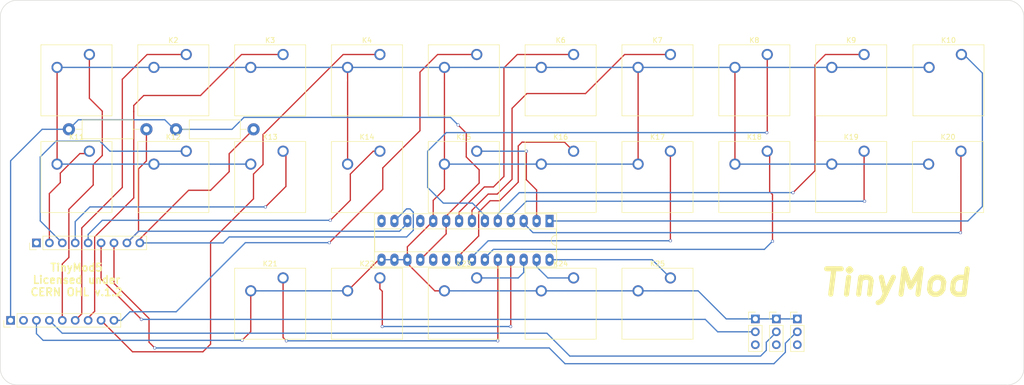
<source format=kicad_pcb>
(kicad_pcb (version 4) (host pcbnew 4.0.7)

  (general
    (links 68)
    (no_connects 0)
    (area 38.559714 59.795 247.952286 138.933)
    (thickness 1.6)
    (drawings 10)
    (tracks 293)
    (zones 0)
    (modules 42)
    (nets 40)
  )

  (page A4)
  (layers
    (0 F.Cu signal)
    (31 B.Cu signal)
    (32 B.Adhes user)
    (33 F.Adhes user)
    (34 B.Paste user)
    (35 F.Paste user)
    (36 B.SilkS user)
    (37 F.SilkS user)
    (38 B.Mask user)
    (39 F.Mask user)
    (40 Dwgs.User user)
    (41 Cmts.User user)
    (42 Eco1.User user)
    (43 Eco2.User user)
    (44 Edge.Cuts user)
    (45 Margin user)
    (46 B.CrtYd user)
    (47 F.CrtYd user)
    (48 B.Fab user)
    (49 F.Fab user)
  )

  (setup
    (last_trace_width 0.25)
    (trace_clearance 0.2)
    (zone_clearance 0.508)
    (zone_45_only no)
    (trace_min 0.2)
    (segment_width 0.2)
    (edge_width 0.1)
    (via_size 0.6)
    (via_drill 0.4)
    (via_min_size 0.4)
    (via_min_drill 0.3)
    (uvia_size 0.3)
    (uvia_drill 0.1)
    (uvias_allowed no)
    (uvia_min_size 0.2)
    (uvia_min_drill 0.1)
    (pcb_text_width 0.3)
    (pcb_text_size 1.5 1.5)
    (mod_edge_width 0.15)
    (mod_text_size 1 1)
    (mod_text_width 0.15)
    (pad_size 1.5 1.5)
    (pad_drill 0.6)
    (pad_to_mask_clearance 0)
    (aux_axis_origin 58.42 107.442)
    (grid_origin 79.222 120.60975)
    (visible_elements 7FFFFFFF)
    (pcbplotparams
      (layerselection 0x010e0_80000001)
      (usegerberextensions false)
      (excludeedgelayer true)
      (linewidth 0.100000)
      (plotframeref false)
      (viasonmask false)
      (mode 1)
      (useauxorigin false)
      (hpglpennumber 1)
      (hpglpenspeed 20)
      (hpglpendiameter 15)
      (hpglpenoverlay 2)
      (psnegative false)
      (psa4output false)
      (plotreference true)
      (plotvalue true)
      (plotinvisibletext false)
      (padsonsilk false)
      (subtractmaskfromsilk false)
      (outputformat 1)
      (mirror false)
      (drillshape 0)
      (scaleselection 1)
      (outputdirectory ""))
  )

  (net 0 "")
  (net 1 "Net-(J2-Pad1)")
  (net 2 "Net-(J2-Pad2)")
  (net 3 "Net-(J2-Pad3)")
  (net 4 "Net-(J2-Pad4)")
  (net 5 "Net-(J2-Pad5)")
  (net 6 "Net-(J3-Pad3)")
  (net 7 "Net-(J1-Pad1)")
  (net 8 "Net-(J1-Pad8)")
  (net 9 "Net-(J1-Pad7)")
  (net 10 "Net-(J1-Pad2)")
  (net 11 "Net-(J1-Pad3)")
  (net 12 "Net-(J1-Pad4)")
  (net 13 "Net-(J1-Pad5)")
  (net 14 "Net-(J1-Pad6)")
  (net 15 "Net-(J2-Pad6)")
  (net 16 "Net-(J1-Pad9)")
  (net 17 "Net-(K10-Pad1)")
  (net 18 "Net-(K15-Pad1)")
  (net 19 "Net-(K16-Pad1)")
  (net 20 "Net-(K17-Pad1)")
  (net 21 "Net-(K18-Pad1)")
  (net 22 "Net-(K19-Pad1)")
  (net 23 "Net-(K20-Pad1)")
  (net 24 "Net-(K21-Pad1)")
  (net 25 "Net-(K22-Pad1)")
  (net 26 "Net-(K23-Pad1)")
  (net 27 "Net-(K24-Pad1)")
  (net 28 "Net-(K25-Pad1)")
  (net 29 "Net-(J2-Pad8)")
  (net 30 "Net-(J2-Pad9)")
  (net 31 "Net-(U1-Pad19)")
  (net 32 "Net-(U1-Pad20)")
  (net 33 "Net-(J2-Pad7)")
  (net 34 "Net-(K6-Pad1)")
  (net 35 "Net-(K7-Pad1)")
  (net 36 "Net-(K8-Pad1)")
  (net 37 "Net-(K9-Pad1)")
  (net 38 "Net-(J4-Pad3)")
  (net 39 "Net-(J5-Pad3)")

  (net_class Default "This is the default net class."
    (clearance 0.2)
    (trace_width 0.25)
    (via_dia 0.6)
    (via_drill 0.4)
    (uvia_dia 0.3)
    (uvia_drill 0.1)
    (add_net "Net-(J1-Pad1)")
    (add_net "Net-(J1-Pad2)")
    (add_net "Net-(J1-Pad3)")
    (add_net "Net-(J1-Pad4)")
    (add_net "Net-(J1-Pad5)")
    (add_net "Net-(J1-Pad6)")
    (add_net "Net-(J1-Pad7)")
    (add_net "Net-(J1-Pad8)")
    (add_net "Net-(J1-Pad9)")
    (add_net "Net-(J2-Pad1)")
    (add_net "Net-(J2-Pad2)")
    (add_net "Net-(J2-Pad3)")
    (add_net "Net-(J2-Pad4)")
    (add_net "Net-(J2-Pad5)")
    (add_net "Net-(J2-Pad6)")
    (add_net "Net-(J2-Pad7)")
    (add_net "Net-(J2-Pad8)")
    (add_net "Net-(J2-Pad9)")
    (add_net "Net-(J3-Pad3)")
    (add_net "Net-(J4-Pad3)")
    (add_net "Net-(J5-Pad3)")
    (add_net "Net-(K10-Pad1)")
    (add_net "Net-(K15-Pad1)")
    (add_net "Net-(K16-Pad1)")
    (add_net "Net-(K17-Pad1)")
    (add_net "Net-(K18-Pad1)")
    (add_net "Net-(K19-Pad1)")
    (add_net "Net-(K20-Pad1)")
    (add_net "Net-(K21-Pad1)")
    (add_net "Net-(K22-Pad1)")
    (add_net "Net-(K23-Pad1)")
    (add_net "Net-(K24-Pad1)")
    (add_net "Net-(K25-Pad1)")
    (add_net "Net-(K6-Pad1)")
    (add_net "Net-(K7-Pad1)")
    (add_net "Net-(K8-Pad1)")
    (add_net "Net-(K9-Pad1)")
    (add_net "Net-(U1-Pad19)")
    (add_net "Net-(U1-Pad20)")
  )

  (module Mounting_Holes:MountingHole_3mm (layer F.Cu) (tedit 62771A33) (tstamp 6282C2CB)
    (at 71.56775 116.88925)
    (descr "Mounting Hole 3mm, no annular")
    (tags "mounting hole 3mm no annular")
    (attr virtual)
    (fp_text reference REF** (at 0 -4) (layer F.SilkS) hide
      (effects (font (size 1 1) (thickness 0.15)))
    )
    (fp_text value MountingHole_3mm (at 0 4) (layer F.Fab) hide
      (effects (font (size 1 1) (thickness 0.15)))
    )
    (fp_text user %R (at 0.3 0) (layer F.Fab) hide
      (effects (font (size 1 1) (thickness 0.15)))
    )
    (fp_circle (center 0 0) (end 3 0) (layer Cmts.User) (width 0.15))
    (fp_circle (center 0 0) (end 3.25 0) (layer F.CrtYd) (width 0.05))
    (pad 1 np_thru_hole circle (at 0 0) (size 3 3) (drill 3) (layers *.Cu *.Mask))
  )

  (module Mounting_Holes:MountingHole_3mm (layer F.Cu) (tedit 62771A44) (tstamp 5C75F784)
    (at 240.538 133.858)
    (descr "Mounting Hole 3mm, no annular")
    (tags "mounting hole 3mm no annular")
    (attr virtual)
    (fp_text reference REF** (at 0 -4) (layer F.SilkS) hide
      (effects (font (size 1 1) (thickness 0.15)))
    )
    (fp_text value MountingHole_3mm (at 0 4) (layer F.Fab) hide
      (effects (font (size 1 1) (thickness 0.15)))
    )
    (fp_text user %R (at 0.3 0) (layer F.Fab) hide
      (effects (font (size 1 1) (thickness 0.15)))
    )
    (fp_circle (center 0 0) (end 3 0) (layer Cmts.User) (width 0.15))
    (fp_circle (center 0 0) (end 3.25 0) (layer F.CrtYd) (width 0.05))
    (pad 1 np_thru_hole circle (at 0 0) (size 3 3) (drill 3) (layers *.Cu *.Mask))
  )

  (module Mounting_Holes:MountingHole_3mm (layer F.Cu) (tedit 62771A33) (tstamp 5C75F76D)
    (at 45.974 133.858)
    (descr "Mounting Hole 3mm, no annular")
    (tags "mounting hole 3mm no annular")
    (attr virtual)
    (fp_text reference REF** (at 0 -4) (layer F.SilkS) hide
      (effects (font (size 1 1) (thickness 0.15)))
    )
    (fp_text value MountingHole_3mm (at 0 4) (layer F.Fab) hide
      (effects (font (size 1 1) (thickness 0.15)))
    )
    (fp_text user %R (at 0.3 0) (layer F.Fab) hide
      (effects (font (size 1 1) (thickness 0.15)))
    )
    (fp_circle (center 0 0) (end 3 0) (layer Cmts.User) (width 0.15))
    (fp_circle (center 0 0) (end 3.25 0) (layer F.CrtYd) (width 0.05))
    (pad 1 np_thru_hole circle (at 0 0) (size 3 3) (drill 3) (layers *.Cu *.Mask))
  )

  (module Mounting_Holes:MountingHole_3mm (layer F.Cu) (tedit 62771A53) (tstamp 5C75F693)
    (at 240.538 64.77)
    (descr "Mounting Hole 3mm, no annular")
    (tags "mounting hole 3mm no annular")
    (attr virtual)
    (fp_text reference REF** (at 0 -4) (layer F.SilkS) hide
      (effects (font (size 1 1) (thickness 0.15)))
    )
    (fp_text value MountingHole_3mm (at 0 4) (layer F.Fab) hide
      (effects (font (size 1 1) (thickness 0.15)))
    )
    (fp_text user %R (at 0.3 0) (layer F.Fab) hide
      (effects (font (size 1 1) (thickness 0.15)))
    )
    (fp_circle (center 0 0) (end 3 0) (layer Cmts.User) (width 0.15))
    (fp_circle (center 0 0) (end 3.25 0) (layer F.CrtYd) (width 0.05))
    (pad 1 np_thru_hole circle (at 0 0) (size 3 3) (drill 3) (layers *.Cu *.Mask))
  )

  (module Mounting_Holes:MountingHole_3mm (layer F.Cu) (tedit 62771A61) (tstamp 5C75F5E8)
    (at 143.256 64.77)
    (descr "Mounting Hole 3mm, no annular")
    (tags "mounting hole 3mm no annular")
    (attr virtual)
    (fp_text reference REF** (at 0 -4) (layer F.SilkS) hide
      (effects (font (size 1 1) (thickness 0.15)))
    )
    (fp_text value MountingHole_3mm (at 0 4) (layer F.Fab) hide
      (effects (font (size 1 1) (thickness 0.15)))
    )
    (fp_text user %R (at 0.3 0) (layer F.Fab) hide
      (effects (font (size 1 1) (thickness 0.15)))
    )
    (fp_circle (center 0 0) (end 3 0) (layer Cmts.User) (width 0.15))
    (fp_circle (center 0 0) (end 3.25 0) (layer F.CrtYd) (width 0.05))
    (pad 1 np_thru_hole circle (at 0 0) (size 3 3) (drill 3) (layers *.Cu *.Mask))
  )

  (module Mounting_Holes:MountingHole_3mm (layer F.Cu) (tedit 62771A25) (tstamp 5C75F59B)
    (at 143.256 133.858)
    (descr "Mounting Hole 3mm, no annular")
    (tags "mounting hole 3mm no annular")
    (attr virtual)
    (fp_text reference REF** (at 0 -4) (layer F.SilkS) hide
      (effects (font (size 1 1) (thickness 0.15)))
    )
    (fp_text value MountingHole_3mm (at 0 4) (layer F.Fab) hide
      (effects (font (size 1 1) (thickness 0.15)))
    )
    (fp_text user %R (at 0.3 0) (layer F.Fab) hide
      (effects (font (size 1 1) (thickness 0.15)))
    )
    (fp_circle (center 0 0) (end 3 0) (layer Cmts.User) (width 0.15))
    (fp_circle (center 0 0) (end 3.25 0) (layer F.CrtYd) (width 0.05))
    (pad 1 np_thru_hole circle (at 0 0) (size 3 3) (drill 3) (layers *.Cu *.Mask))
  )

  (module Mounting_Holes:MountingHole_3mm (layer F.Cu) (tedit 62771A6F) (tstamp 5C75F415)
    (at 45.974 64.77)
    (descr "Mounting Hole 3mm, no annular")
    (tags "mounting hole 3mm no annular")
    (attr virtual)
    (fp_text reference REF** (at 0 -4) (layer F.SilkS) hide
      (effects (font (size 1 1) (thickness 0.15)))
    )
    (fp_text value MountingHole_3mm (at 0 4) (layer F.Fab) hide
      (effects (font (size 1 1) (thickness 0.15)))
    )
    (fp_text user %R (at 0.3 0) (layer F.Fab) hide
      (effects (font (size 1 1) (thickness 0.15)))
    )
    (fp_circle (center 0 0) (end 3 0) (layer Cmts.User) (width 0.15))
    (fp_circle (center 0 0) (end 3.25 0) (layer F.CrtYd) (width 0.05))
    (pad 1 np_thru_hole circle (at 0 0) (size 3 3) (drill 3) (layers *.Cu *.Mask))
  )

  (module Mounting_Holes:MountingHole_3mm (layer F.Cu) (tedit 62771B6B) (tstamp 5C761185)
    (at 181.31575 93.7035)
    (descr "Mounting Hole 3mm, no annular")
    (tags "mounting hole 3mm no annular")
    (attr virtual)
    (fp_text reference REF** (at 0 -4) (layer F.SilkS) hide
      (effects (font (size 1 1) (thickness 0.15)))
    )
    (fp_text value MountingHole_3mm (at 0 4) (layer F.Fab) hide
      (effects (font (size 1 1) (thickness 0.15)))
    )
    (fp_text user %R (at 0.3 0) (layer F.Fab) hide
      (effects (font (size 1 1) (thickness 0.15)))
    )
    (fp_circle (center 0 0) (end 3 0) (layer Cmts.User) (width 0.15))
    (fp_circle (center 0 0) (end 3.25 0) (layer F.CrtYd) (width 0.05))
    (pad 1 np_thru_hole circle (at 0 0) (size 3 3) (drill 3) (layers *.Cu *.Mask))
  )

  (module Mounting_Holes:MountingHole_3mm (layer F.Cu) (tedit 62772C1A) (tstamp 5C75E6B1)
    (at 105.2845 93.7035)
    (descr "Mounting Hole 3mm, no annular")
    (tags "mounting hole 3mm no annular")
    (attr virtual)
    (fp_text reference REF** (at 0 -4) (layer F.SilkS) hide
      (effects (font (size 1 1) (thickness 0.15)))
    )
    (fp_text value MountingHole_3mm (at 0 4) (layer F.Fab) hide
      (effects (font (size 1 1) (thickness 0.15)))
    )
    (fp_text user %R (at 0.3 0) (layer F.Fab) hide
      (effects (font (size 1 1) (thickness 0.15)))
    )
    (fp_circle (center 0 0) (end 3 0) (layer Cmts.User) (width 0.15))
    (fp_circle (center 0 0) (end 3.25 0) (layer F.CrtYd) (width 0.05))
    (pad 1 np_thru_hole circle (at 0 0) (size 3 3) (drill 3) (layers *.Cu *.Mask))
  )

  (module Pin_Headers:Pin_Header_Straight_1x03_Pitch2.54mm (layer F.Cu) (tedit 6276F5FA) (tstamp 5C7634BB)
    (at 191.06575 124.17225)
    (descr "Through hole straight pin header, 1x03, 2.54mm pitch, single row")
    (tags "Through hole pin header THT 1x03 2.54mm single row")
    (path /5C787AE0)
    (fp_text reference J3 (at 0 -3 180) (layer F.SilkS) hide
      (effects (font (size 1 1) (thickness 0.15)))
    )
    (fp_text value "Slider Switch" (at -3.048 2.54 90) (layer F.Fab) hide
      (effects (font (size 1 1) (thickness 0.15)))
    )
    (fp_line (start -0.635 -1.27) (end 1.27 -1.27) (layer F.Fab) (width 0.1))
    (fp_line (start 1.27 -1.27) (end 1.27 6.35) (layer F.Fab) (width 0.1))
    (fp_line (start 1.27 6.35) (end -1.27 6.35) (layer F.Fab) (width 0.1))
    (fp_line (start -1.27 6.35) (end -1.27 -0.635) (layer F.Fab) (width 0.1))
    (fp_line (start -1.27 -0.635) (end -0.635 -1.27) (layer F.Fab) (width 0.1))
    (fp_line (start -1.33 6.41) (end 1.33 6.41) (layer F.SilkS) (width 0.12))
    (fp_line (start -1.33 1.27) (end -1.33 6.41) (layer F.SilkS) (width 0.12))
    (fp_line (start 1.33 1.27) (end 1.33 6.41) (layer F.SilkS) (width 0.12))
    (fp_line (start -1.33 1.27) (end 1.33 1.27) (layer F.SilkS) (width 0.12))
    (fp_line (start -1.33 0) (end -1.33 -1.33) (layer F.SilkS) (width 0.12))
    (fp_line (start -1.33 -1.33) (end 0 -1.33) (layer F.SilkS) (width 0.12))
    (fp_line (start -1.8 -1.8) (end -1.8 6.85) (layer F.CrtYd) (width 0.05))
    (fp_line (start -1.8 6.85) (end 1.8 6.85) (layer F.CrtYd) (width 0.05))
    (fp_line (start 1.8 6.85) (end 1.8 -1.8) (layer F.CrtYd) (width 0.05))
    (fp_line (start 1.8 -1.8) (end -1.8 -1.8) (layer F.CrtYd) (width 0.05))
    (fp_text user %R (at 0 2.54 90) (layer F.Fab)
      (effects (font (size 1 1) (thickness 0.15)))
    )
    (pad 1 thru_hole rect (at 0 0) (size 1.7 1.7) (drill 1) (layers *.Cu *.Mask)
      (net 11 "Net-(J1-Pad3)"))
    (pad 2 thru_hole oval (at 0 2.54) (size 1.7 1.7) (drill 1) (layers *.Cu *.Mask)
      (net 15 "Net-(J2-Pad6)"))
    (pad 3 thru_hole oval (at 0 5.08) (size 1.7 1.7) (drill 1) (layers *.Cu *.Mask)
      (net 6 "Net-(J3-Pad3)"))
    (model ${KISYS3DMOD}/Pin_Headers.3dshapes/Pin_Header_Straight_1x03_Pitch2.54mm.wrl
      (at (xyz 0 0 0))
      (scale (xyz 1 1 1))
      (rotate (xyz 0 0 0))
    )
  )

  (module Housings_DIP:DIP-28_W7.62mm_Socket_LongPads (layer F.Cu) (tedit 62771AAC) (tstamp 5D2FFF86)
    (at 150.622 104.902 270)
    (descr "28-lead though-hole mounted DIP package, row spacing 7.62 mm (300 mils), Socket, LongPads")
    (tags "THT DIP DIL PDIP 2.54mm 7.62mm 300mil Socket LongPads")
    (path /5D2F811C)
    (fp_text reference U1 (at 3.81 -2.33 270) (layer F.SilkS) hide
      (effects (font (size 1 1) (thickness 0.15)))
    )
    (fp_text value MCP23017 (at 3.81 35.35 270) (layer F.Fab) hide
      (effects (font (size 1 1) (thickness 0.15)))
    )
    (fp_arc (start 3.81 -1.33) (end 2.81 -1.33) (angle -180) (layer F.SilkS) (width 0.12))
    (fp_line (start 1.635 -1.27) (end 6.985 -1.27) (layer F.Fab) (width 0.1))
    (fp_line (start 6.985 -1.27) (end 6.985 34.29) (layer F.Fab) (width 0.1))
    (fp_line (start 6.985 34.29) (end 0.635 34.29) (layer F.Fab) (width 0.1))
    (fp_line (start 0.635 34.29) (end 0.635 -0.27) (layer F.Fab) (width 0.1))
    (fp_line (start 0.635 -0.27) (end 1.635 -1.27) (layer F.Fab) (width 0.1))
    (fp_line (start -1.27 -1.33) (end -1.27 34.35) (layer F.Fab) (width 0.1))
    (fp_line (start -1.27 34.35) (end 8.89 34.35) (layer F.Fab) (width 0.1))
    (fp_line (start 8.89 34.35) (end 8.89 -1.33) (layer F.Fab) (width 0.1))
    (fp_line (start 8.89 -1.33) (end -1.27 -1.33) (layer F.Fab) (width 0.1))
    (fp_line (start 2.81 -1.33) (end 1.56 -1.33) (layer F.SilkS) (width 0.12))
    (fp_line (start 1.56 -1.33) (end 1.56 34.35) (layer F.SilkS) (width 0.12))
    (fp_line (start 1.56 34.35) (end 6.06 34.35) (layer F.SilkS) (width 0.12))
    (fp_line (start 6.06 34.35) (end 6.06 -1.33) (layer F.SilkS) (width 0.12))
    (fp_line (start 6.06 -1.33) (end 4.81 -1.33) (layer F.SilkS) (width 0.12))
    (fp_line (start -1.44 -1.39) (end -1.44 34.41) (layer F.SilkS) (width 0.12))
    (fp_line (start -1.44 34.41) (end 9.06 34.41) (layer F.SilkS) (width 0.12))
    (fp_line (start 9.06 34.41) (end 9.06 -1.39) (layer F.SilkS) (width 0.12))
    (fp_line (start 9.06 -1.39) (end -1.44 -1.39) (layer F.SilkS) (width 0.12))
    (fp_line (start -1.55 -1.6) (end -1.55 34.65) (layer F.CrtYd) (width 0.05))
    (fp_line (start -1.55 34.65) (end 9.15 34.65) (layer F.CrtYd) (width 0.05))
    (fp_line (start 9.15 34.65) (end 9.15 -1.6) (layer F.CrtYd) (width 0.05))
    (fp_line (start 9.15 -1.6) (end -1.55 -1.6) (layer F.CrtYd) (width 0.05))
    (fp_text user %R (at 3.81 16.51 270) (layer F.Fab) hide
      (effects (font (size 1 1) (thickness 0.15)))
    )
    (pad 1 thru_hole rect (at 0 0 270) (size 2.4 1.6) (drill 0.8) (layers *.Cu *.Mask)
      (net 17 "Net-(K10-Pad1)"))
    (pad 15 thru_hole oval (at 7.62 33.02 270) (size 2.4 1.6) (drill 0.8) (layers *.Cu *.Mask)
      (net 11 "Net-(J1-Pad3)"))
    (pad 2 thru_hole oval (at 0 2.54 270) (size 2.4 1.6) (drill 0.8) (layers *.Cu *.Mask)
      (net 18 "Net-(K15-Pad1)"))
    (pad 16 thru_hole oval (at 7.62 30.48 270) (size 2.4 1.6) (drill 0.8) (layers *.Cu *.Mask)
      (net 11 "Net-(J1-Pad3)"))
    (pad 3 thru_hole oval (at 0 5.08 270) (size 2.4 1.6) (drill 0.8) (layers *.Cu *.Mask)
      (net 23 "Net-(K20-Pad1)"))
    (pad 17 thru_hole oval (at 7.62 27.94 270) (size 2.4 1.6) (drill 0.8) (layers *.Cu *.Mask)
      (net 11 "Net-(J1-Pad3)"))
    (pad 4 thru_hole oval (at 0 7.62 270) (size 2.4 1.6) (drill 0.8) (layers *.Cu *.Mask)
      (net 22 "Net-(K19-Pad1)"))
    (pad 18 thru_hole oval (at 7.62 25.4 270) (size 2.4 1.6) (drill 0.8) (layers *.Cu *.Mask)
      (net 7 "Net-(J1-Pad1)"))
    (pad 5 thru_hole oval (at 0 10.16 270) (size 2.4 1.6) (drill 0.8) (layers *.Cu *.Mask)
      (net 37 "Net-(K9-Pad1)"))
    (pad 19 thru_hole oval (at 7.62 22.86 270) (size 2.4 1.6) (drill 0.8) (layers *.Cu *.Mask)
      (net 31 "Net-(U1-Pad19)"))
    (pad 6 thru_hole oval (at 0 12.7 270) (size 2.4 1.6) (drill 0.8) (layers *.Cu *.Mask)
      (net 36 "Net-(K8-Pad1)"))
    (pad 20 thru_hole oval (at 7.62 20.32 270) (size 2.4 1.6) (drill 0.8) (layers *.Cu *.Mask)
      (net 32 "Net-(U1-Pad20)"))
    (pad 7 thru_hole oval (at 0 15.24 270) (size 2.4 1.6) (drill 0.8) (layers *.Cu *.Mask)
      (net 35 "Net-(K7-Pad1)"))
    (pad 21 thru_hole oval (at 7.62 17.78 270) (size 2.4 1.6) (drill 0.8) (layers *.Cu *.Mask)
      (net 19 "Net-(K16-Pad1)"))
    (pad 8 thru_hole oval (at 0 17.78 270) (size 2.4 1.6) (drill 0.8) (layers *.Cu *.Mask)
      (net 34 "Net-(K6-Pad1)"))
    (pad 22 thru_hole oval (at 7.62 15.24 270) (size 2.4 1.6) (drill 0.8) (layers *.Cu *.Mask)
      (net 20 "Net-(K17-Pad1)"))
    (pad 9 thru_hole oval (at 0 20.32 270) (size 2.4 1.6) (drill 0.8) (layers *.Cu *.Mask)
      (net 7 "Net-(J1-Pad1)"))
    (pad 23 thru_hole oval (at 7.62 12.7 270) (size 2.4 1.6) (drill 0.8) (layers *.Cu *.Mask)
      (net 21 "Net-(K18-Pad1)"))
    (pad 10 thru_hole oval (at 0 22.86 270) (size 2.4 1.6) (drill 0.8) (layers *.Cu *.Mask)
      (net 11 "Net-(J1-Pad3)"))
    (pad 24 thru_hole oval (at 7.62 10.16 270) (size 2.4 1.6) (drill 0.8) (layers *.Cu *.Mask)
      (net 24 "Net-(K21-Pad1)"))
    (pad 11 thru_hole oval (at 0 25.4 270) (size 2.4 1.6) (drill 0.8) (layers *.Cu *.Mask))
    (pad 25 thru_hole oval (at 7.62 7.62 270) (size 2.4 1.6) (drill 0.8) (layers *.Cu *.Mask)
      (net 25 "Net-(K22-Pad1)"))
    (pad 12 thru_hole oval (at 0 27.94 270) (size 2.4 1.6) (drill 0.8) (layers *.Cu *.Mask)
      (net 29 "Net-(J2-Pad8)"))
    (pad 26 thru_hole oval (at 7.62 5.08 270) (size 2.4 1.6) (drill 0.8) (layers *.Cu *.Mask)
      (net 26 "Net-(K23-Pad1)"))
    (pad 13 thru_hole oval (at 0 30.48 270) (size 2.4 1.6) (drill 0.8) (layers *.Cu *.Mask)
      (net 30 "Net-(J2-Pad9)"))
    (pad 27 thru_hole oval (at 7.62 2.54 270) (size 2.4 1.6) (drill 0.8) (layers *.Cu *.Mask)
      (net 27 "Net-(K24-Pad1)"))
    (pad 14 thru_hole oval (at 0 33.02 270) (size 2.4 1.6) (drill 0.8) (layers *.Cu *.Mask))
    (pad 28 thru_hole oval (at 7.62 0 270) (size 2.4 1.6) (drill 0.8) (layers *.Cu *.Mask)
      (net 28 "Net-(K25-Pad1)"))
    (model ${KISYS3DMOD}/Housings_DIP.3dshapes/DIP-28_W7.62mm_Socket.wrl
      (at (xyz 0 0 0))
      (scale (xyz 1 1 1))
      (rotate (xyz 0 0 0))
    )
  )

  (module Pin_Headers:Pin_Header_Straight_1x09_Pitch2.54mm (layer F.Cu) (tedit 62771C4A) (tstamp 5D300388)
    (at 44.704 124.46 90)
    (descr "Through hole straight pin header, 1x09, 2.54mm pitch, single row")
    (tags "Through hole pin header THT 1x09 2.54mm single row")
    (path /5D303C31)
    (fp_text reference J1 (at 0 -2.33 90) (layer F.SilkS) hide
      (effects (font (size 1 1) (thickness 0.15)))
    )
    (fp_text value Conn_01x09 (at -3.08725 17.643 180) (layer F.Fab) hide
      (effects (font (size 1 1) (thickness 0.15)))
    )
    (fp_line (start -0.635 -1.27) (end 1.27 -1.27) (layer F.Fab) (width 0.1))
    (fp_line (start 1.27 -1.27) (end 1.27 21.59) (layer F.Fab) (width 0.1))
    (fp_line (start 1.27 21.59) (end -1.27 21.59) (layer F.Fab) (width 0.1))
    (fp_line (start -1.27 21.59) (end -1.27 -0.635) (layer F.Fab) (width 0.1))
    (fp_line (start -1.27 -0.635) (end -0.635 -1.27) (layer F.Fab) (width 0.1))
    (fp_line (start -1.33 21.65) (end 1.33 21.65) (layer F.SilkS) (width 0.12))
    (fp_line (start -1.33 1.27) (end -1.33 21.65) (layer F.SilkS) (width 0.12))
    (fp_line (start 1.33 1.27) (end 1.33 21.65) (layer F.SilkS) (width 0.12))
    (fp_line (start -1.33 1.27) (end 1.33 1.27) (layer F.SilkS) (width 0.12))
    (fp_line (start -1.33 0) (end -1.33 -1.33) (layer F.SilkS) (width 0.12))
    (fp_line (start -1.33 -1.33) (end 0 -1.33) (layer F.SilkS) (width 0.12))
    (fp_line (start -1.8 -1.8) (end -1.8 22.1) (layer F.CrtYd) (width 0.05))
    (fp_line (start -1.8 22.1) (end 1.8 22.1) (layer F.CrtYd) (width 0.05))
    (fp_line (start 1.8 22.1) (end 1.8 -1.8) (layer F.CrtYd) (width 0.05))
    (fp_line (start 1.8 -1.8) (end -1.8 -1.8) (layer F.CrtYd) (width 0.05))
    (fp_text user %R (at 0 10.16 180) (layer F.Fab)
      (effects (font (size 1 1) (thickness 0.15)))
    )
    (pad 1 thru_hole rect (at 0 0 90) (size 1.7 1.7) (drill 1) (layers *.Cu *.Mask)
      (net 7 "Net-(J1-Pad1)"))
    (pad 2 thru_hole oval (at 0 2.54 90) (size 1.7 1.7) (drill 1) (layers *.Cu *.Mask)
      (net 10 "Net-(J1-Pad2)"))
    (pad 3 thru_hole oval (at 0 5.08 90) (size 1.7 1.7) (drill 1) (layers *.Cu *.Mask)
      (net 11 "Net-(J1-Pad3)"))
    (pad 4 thru_hole oval (at 0 7.62 90) (size 1.7 1.7) (drill 1) (layers *.Cu *.Mask)
      (net 12 "Net-(J1-Pad4)"))
    (pad 5 thru_hole oval (at 0 10.16 90) (size 1.7 1.7) (drill 1) (layers *.Cu *.Mask)
      (net 13 "Net-(J1-Pad5)"))
    (pad 6 thru_hole oval (at 0 12.7 90) (size 1.7 1.7) (drill 1) (layers *.Cu *.Mask)
      (net 14 "Net-(J1-Pad6)"))
    (pad 7 thru_hole oval (at 0 15.24 90) (size 1.7 1.7) (drill 1) (layers *.Cu *.Mask)
      (net 9 "Net-(J1-Pad7)"))
    (pad 8 thru_hole oval (at 0 17.78 90) (size 1.7 1.7) (drill 1) (layers *.Cu *.Mask)
      (net 8 "Net-(J1-Pad8)"))
    (pad 9 thru_hole oval (at 0 20.32 90) (size 1.7 1.7) (drill 1) (layers *.Cu *.Mask)
      (net 16 "Net-(J1-Pad9)"))
    (model ${KISYS3DMOD}/Pin_Headers.3dshapes/Pin_Header_Straight_1x09_Pitch2.54mm.wrl
      (at (xyz 0 0 0))
      (scale (xyz 1 1 1))
      (rotate (xyz 0 0 0))
    )
  )

  (module Pin_Headers:Pin_Header_Straight_1x09_Pitch2.54mm (layer F.Cu) (tedit 62771C3F) (tstamp 5D300395)
    (at 49.784 109.22 90)
    (descr "Through hole straight pin header, 1x09, 2.54mm pitch, single row")
    (tags "Through hole pin header THT 1x09 2.54mm single row")
    (path /5D303DC6)
    (fp_text reference J2 (at 0 -2.33 90) (layer F.SilkS) hide
      (effects (font (size 1 1) (thickness 0.15)))
    )
    (fp_text value Conn_01x09 (at -2.8585 17.2505 180) (layer F.Fab) hide
      (effects (font (size 1 1) (thickness 0.15)))
    )
    (fp_line (start -0.635 -1.27) (end 1.27 -1.27) (layer F.Fab) (width 0.1))
    (fp_line (start 1.27 -1.27) (end 1.27 21.59) (layer F.Fab) (width 0.1))
    (fp_line (start 1.27 21.59) (end -1.27 21.59) (layer F.Fab) (width 0.1))
    (fp_line (start -1.27 21.59) (end -1.27 -0.635) (layer F.Fab) (width 0.1))
    (fp_line (start -1.27 -0.635) (end -0.635 -1.27) (layer F.Fab) (width 0.1))
    (fp_line (start -1.33 21.65) (end 1.33 21.65) (layer F.SilkS) (width 0.12))
    (fp_line (start -1.33 1.27) (end -1.33 21.65) (layer F.SilkS) (width 0.12))
    (fp_line (start 1.33 1.27) (end 1.33 21.65) (layer F.SilkS) (width 0.12))
    (fp_line (start -1.33 1.27) (end 1.33 1.27) (layer F.SilkS) (width 0.12))
    (fp_line (start -1.33 0) (end -1.33 -1.33) (layer F.SilkS) (width 0.12))
    (fp_line (start -1.33 -1.33) (end 0 -1.33) (layer F.SilkS) (width 0.12))
    (fp_line (start -1.8 -1.8) (end -1.8 22.1) (layer F.CrtYd) (width 0.05))
    (fp_line (start -1.8 22.1) (end 1.8 22.1) (layer F.CrtYd) (width 0.05))
    (fp_line (start 1.8 22.1) (end 1.8 -1.8) (layer F.CrtYd) (width 0.05))
    (fp_line (start 1.8 -1.8) (end -1.8 -1.8) (layer F.CrtYd) (width 0.05))
    (fp_text user %R (at 0 10.16 180) (layer F.Fab)
      (effects (font (size 1 1) (thickness 0.15)))
    )
    (pad 1 thru_hole rect (at 0 0 90) (size 1.7 1.7) (drill 1) (layers *.Cu *.Mask)
      (net 1 "Net-(J2-Pad1)"))
    (pad 2 thru_hole oval (at 0 2.54 90) (size 1.7 1.7) (drill 1) (layers *.Cu *.Mask)
      (net 2 "Net-(J2-Pad2)"))
    (pad 3 thru_hole oval (at 0 5.08 90) (size 1.7 1.7) (drill 1) (layers *.Cu *.Mask)
      (net 3 "Net-(J2-Pad3)"))
    (pad 4 thru_hole oval (at 0 7.62 90) (size 1.7 1.7) (drill 1) (layers *.Cu *.Mask)
      (net 4 "Net-(J2-Pad4)"))
    (pad 5 thru_hole oval (at 0 10.16 90) (size 1.7 1.7) (drill 1) (layers *.Cu *.Mask)
      (net 5 "Net-(J2-Pad5)"))
    (pad 6 thru_hole oval (at 0 12.7 90) (size 1.7 1.7) (drill 1) (layers *.Cu *.Mask)
      (net 15 "Net-(J2-Pad6)"))
    (pad 7 thru_hole oval (at 0 15.24 90) (size 1.7 1.7) (drill 1) (layers *.Cu *.Mask)
      (net 33 "Net-(J2-Pad7)"))
    (pad 8 thru_hole oval (at 0 17.78 90) (size 1.7 1.7) (drill 1) (layers *.Cu *.Mask)
      (net 29 "Net-(J2-Pad8)"))
    (pad 9 thru_hole oval (at 0 20.32 90) (size 1.7 1.7) (drill 1) (layers *.Cu *.Mask)
      (net 30 "Net-(J2-Pad9)"))
    (model ${KISYS3DMOD}/Pin_Headers.3dshapes/Pin_Header_Straight_1x09_Pitch2.54mm.wrl
      (at (xyz 0 0 0))
      (scale (xyz 1 1 1))
      (rotate (xyz 0 0 0))
    )
  )

  (module Resistors_ThroughHole:R_Axial_DIN0411_L9.9mm_D3.6mm_P15.24mm_Horizontal (layer F.Cu) (tedit 62771C08) (tstamp 5D310277)
    (at 56.1595 86.85975)
    (descr "Resistor, Axial_DIN0411 series, Axial, Horizontal, pin pitch=15.24mm, 1W = 1/1W, length*diameter=9.9*3.6mm^2")
    (tags "Resistor Axial_DIN0411 series Axial Horizontal pin pitch 15.24mm 1W = 1/1W length 9.9mm diameter 3.6mm")
    (path /5D308C2E)
    (fp_text reference R1 (at 7.62 -2.86) (layer F.SilkS) hide
      (effects (font (size 1 1) (thickness 0.15)))
    )
    (fp_text value R (at 7.62 2.86) (layer F.Fab)
      (effects (font (size 1 1) (thickness 0.15)))
    )
    (fp_line (start 2.67 -1.8) (end 2.67 1.8) (layer F.Fab) (width 0.1))
    (fp_line (start 2.67 1.8) (end 12.57 1.8) (layer F.Fab) (width 0.1))
    (fp_line (start 12.57 1.8) (end 12.57 -1.8) (layer F.Fab) (width 0.1))
    (fp_line (start 12.57 -1.8) (end 2.67 -1.8) (layer F.Fab) (width 0.1))
    (fp_line (start 0 0) (end 2.67 0) (layer F.Fab) (width 0.1))
    (fp_line (start 15.24 0) (end 12.57 0) (layer F.Fab) (width 0.1))
    (fp_line (start 2.61 -1.86) (end 2.61 1.86) (layer F.SilkS) (width 0.12))
    (fp_line (start 2.61 1.86) (end 12.63 1.86) (layer F.SilkS) (width 0.12))
    (fp_line (start 12.63 1.86) (end 12.63 -1.86) (layer F.SilkS) (width 0.12))
    (fp_line (start 12.63 -1.86) (end 2.61 -1.86) (layer F.SilkS) (width 0.12))
    (fp_line (start 1.38 0) (end 2.61 0) (layer F.SilkS) (width 0.12))
    (fp_line (start 13.86 0) (end 12.63 0) (layer F.SilkS) (width 0.12))
    (fp_line (start -1.45 -2.15) (end -1.45 2.15) (layer F.CrtYd) (width 0.05))
    (fp_line (start -1.45 2.15) (end 16.7 2.15) (layer F.CrtYd) (width 0.05))
    (fp_line (start 16.7 2.15) (end 16.7 -2.15) (layer F.CrtYd) (width 0.05))
    (fp_line (start 16.7 -2.15) (end -1.45 -2.15) (layer F.CrtYd) (width 0.05))
    (pad 1 thru_hole circle (at 0 0) (size 2.4 2.4) (drill 1.2) (layers *.Cu *.Mask)
      (net 7 "Net-(J1-Pad1)"))
    (pad 2 thru_hole oval (at 15.24 0) (size 2.4 2.4) (drill 1.2) (layers *.Cu *.Mask)
      (net 29 "Net-(J2-Pad8)"))
    (model ${KISYS3DMOD}/Resistors_THT.3dshapes/R_Axial_DIN0411_L9.9mm_D3.6mm_P15.24mm_Horizontal.wrl
      (at (xyz 0 0 0))
      (scale (xyz 0.393701 0.393701 0.393701))
      (rotate (xyz 0 0 0))
    )
  )

  (module Resistors_ThroughHole:R_Axial_DIN0411_L9.9mm_D3.6mm_P15.24mm_Horizontal (layer F.Cu) (tedit 62771BF2) (tstamp 5D31028D)
    (at 77.216 86.868)
    (descr "Resistor, Axial_DIN0411 series, Axial, Horizontal, pin pitch=15.24mm, 1W = 1/1W, length*diameter=9.9*3.6mm^2")
    (tags "Resistor Axial_DIN0411 series Axial Horizontal pin pitch 15.24mm 1W = 1/1W length 9.9mm diameter 3.6mm")
    (path /5D308F97)
    (fp_text reference R2 (at 7.62 -2.86) (layer F.SilkS) hide
      (effects (font (size 1 1) (thickness 0.15)))
    )
    (fp_text value R (at 7.62 2.86) (layer F.Fab)
      (effects (font (size 1 1) (thickness 0.15)))
    )
    (fp_line (start 2.67 -1.8) (end 2.67 1.8) (layer F.Fab) (width 0.1))
    (fp_line (start 2.67 1.8) (end 12.57 1.8) (layer F.Fab) (width 0.1))
    (fp_line (start 12.57 1.8) (end 12.57 -1.8) (layer F.Fab) (width 0.1))
    (fp_line (start 12.57 -1.8) (end 2.67 -1.8) (layer F.Fab) (width 0.1))
    (fp_line (start 0 0) (end 2.67 0) (layer F.Fab) (width 0.1))
    (fp_line (start 15.24 0) (end 12.57 0) (layer F.Fab) (width 0.1))
    (fp_line (start 2.61 -1.86) (end 2.61 1.86) (layer F.SilkS) (width 0.12))
    (fp_line (start 2.61 1.86) (end 12.63 1.86) (layer F.SilkS) (width 0.12))
    (fp_line (start 12.63 1.86) (end 12.63 -1.86) (layer F.SilkS) (width 0.12))
    (fp_line (start 12.63 -1.86) (end 2.61 -1.86) (layer F.SilkS) (width 0.12))
    (fp_line (start 1.38 0) (end 2.61 0) (layer F.SilkS) (width 0.12))
    (fp_line (start 13.86 0) (end 12.63 0) (layer F.SilkS) (width 0.12))
    (fp_line (start -1.45 -2.15) (end -1.45 2.15) (layer F.CrtYd) (width 0.05))
    (fp_line (start -1.45 2.15) (end 16.7 2.15) (layer F.CrtYd) (width 0.05))
    (fp_line (start 16.7 2.15) (end 16.7 -2.15) (layer F.CrtYd) (width 0.05))
    (fp_line (start 16.7 -2.15) (end -1.45 -2.15) (layer F.CrtYd) (width 0.05))
    (pad 1 thru_hole circle (at 0 0) (size 2.4 2.4) (drill 1.2) (layers *.Cu *.Mask)
      (net 7 "Net-(J1-Pad1)"))
    (pad 2 thru_hole oval (at 15.24 0) (size 2.4 2.4) (drill 1.2) (layers *.Cu *.Mask)
      (net 30 "Net-(J2-Pad9)"))
    (model ${KISYS3DMOD}/Resistors_THT.3dshapes/R_Axial_DIN0411_L9.9mm_D3.6mm_P15.24mm_Horizontal.wrl
      (at (xyz 0 0 0))
      (scale (xyz 0.393701 0.393701 0.393701))
      (rotate (xyz 0 0 0))
    )
  )

  (module Buttons_Switches_Keyboard:SW_Cherry_MX1A_1.00u_PCB (layer F.Cu) (tedit 62771AD0) (tstamp 5D659CD0)
    (at 79.222 91.17225)
    (descr "Cherry MX keyswitch, MX1A, 1u, PCB mount, http://cherryamericas.com/wp-content/uploads/2014/12/mx_cat.pdf")
    (tags "cherry mx keyswitch MX1A 1u PCB")
    (path /5C75E774)
    (fp_text reference K12 (at -2.54 -2.794) (layer F.SilkS)
      (effects (font (size 1 1) (thickness 0.15)))
    )
    (fp_text value KEYSW (at -2.54 12.954) (layer F.Fab) hide
      (effects (font (size 1 1) (thickness 0.15)))
    )
    (fp_text user %R (at -2.54 -2.794) (layer F.Fab) hide
      (effects (font (size 1 1) (thickness 0.15)))
    )
    (fp_line (start -8.89 -1.27) (end 3.81 -1.27) (layer F.Fab) (width 0.15))
    (fp_line (start 3.81 -1.27) (end 3.81 11.43) (layer F.Fab) (width 0.15))
    (fp_line (start 3.81 11.43) (end -8.89 11.43) (layer F.Fab) (width 0.15))
    (fp_line (start -8.89 11.43) (end -8.89 -1.27) (layer F.Fab) (width 0.15))
    (fp_line (start -9.78 12.32) (end -9.78 -2.16) (layer F.CrtYd) (width 0.05))
    (fp_line (start 4.7 12.32) (end -9.78 12.32) (layer F.CrtYd) (width 0.05))
    (fp_line (start 4.7 -2.16) (end 4.7 12.32) (layer F.CrtYd) (width 0.05))
    (fp_line (start -9.78 -2.16) (end 4.7 -2.16) (layer F.CrtYd) (width 0.05))
    (fp_line (start -12.065 -4.445) (end 6.985 -4.445) (layer Dwgs.User) (width 0.15))
    (fp_line (start 6.985 -4.445) (end 6.985 14.605) (layer Dwgs.User) (width 0.15))
    (fp_line (start 6.985 14.605) (end -12.065 14.605) (layer Dwgs.User) (width 0.15))
    (fp_line (start -12.065 14.605) (end -12.065 -4.445) (layer Dwgs.User) (width 0.15))
    (fp_line (start -9.525 -1.905) (end 4.445 -1.905) (layer F.SilkS) (width 0.12))
    (fp_line (start 4.445 -1.905) (end 4.445 12.065) (layer F.SilkS) (width 0.12))
    (fp_line (start 4.445 12.065) (end -9.525 12.065) (layer F.SilkS) (width 0.12))
    (fp_line (start -9.525 12.065) (end -9.525 -1.905) (layer F.SilkS) (width 0.12))
    (pad 1 thru_hole circle (at 0 0) (size 2.2 2.2) (drill 1.5) (layers *.Cu *.Mask)
      (net 3 "Net-(J2-Pad3)"))
    (pad 2 thru_hole circle (at -6.35 2.54) (size 2.2 2.2) (drill 1.5) (layers *.Cu *.Mask)
      (net 11 "Net-(J1-Pad3)"))
    (pad "" np_thru_hole circle (at -2.54 5.08) (size 4 4) (drill 4) (layers *.Cu *.Mask))
    (pad "" np_thru_hole circle (at -7.62 5.08) (size 1.7 1.7) (drill 1.7) (layers *.Cu *.Mask))
    (pad "" np_thru_hole circle (at 2.54 5.08) (size 1.7 1.7) (drill 1.7) (layers *.Cu *.Mask))
    (model ${KISYS3DMOD}/Buttons_Switches_Keyboard.3dshapes/SW_Cherry_MX1A_1.00u_PCB.wrl
      (at (xyz 0 0 0))
      (scale (xyz 1 1 1))
      (rotate (xyz 0 0 0))
    )
  )

  (module Buttons_Switches_Keyboard:SW_Cherry_MX1A_1.00u_PCB (layer F.Cu) (tedit 62771AD9) (tstamp 5D659DD1)
    (at 60.19075 91.17225)
    (descr "Cherry MX keyswitch, MX1A, 1u, PCB mount, http://cherryamericas.com/wp-content/uploads/2014/12/mx_cat.pdf")
    (tags "cherry mx keyswitch MX1A 1u PCB")
    (path /5C75E768)
    (fp_text reference K11 (at -2.54 -2.794) (layer F.SilkS)
      (effects (font (size 1 1) (thickness 0.15)))
    )
    (fp_text value KEYSW (at -2.54 12.954) (layer F.Fab) hide
      (effects (font (size 1 1) (thickness 0.15)))
    )
    (fp_text user %R (at -2.54 -2.794) (layer F.Fab) hide
      (effects (font (size 1 1) (thickness 0.15)))
    )
    (fp_line (start -8.89 -1.27) (end 3.81 -1.27) (layer F.Fab) (width 0.15))
    (fp_line (start 3.81 -1.27) (end 3.81 11.43) (layer F.Fab) (width 0.15))
    (fp_line (start 3.81 11.43) (end -8.89 11.43) (layer F.Fab) (width 0.15))
    (fp_line (start -8.89 11.43) (end -8.89 -1.27) (layer F.Fab) (width 0.15))
    (fp_line (start -9.78 12.32) (end -9.78 -2.16) (layer F.CrtYd) (width 0.05))
    (fp_line (start 4.7 12.32) (end -9.78 12.32) (layer F.CrtYd) (width 0.05))
    (fp_line (start 4.7 -2.16) (end 4.7 12.32) (layer F.CrtYd) (width 0.05))
    (fp_line (start -9.78 -2.16) (end 4.7 -2.16) (layer F.CrtYd) (width 0.05))
    (fp_line (start -12.065 -4.445) (end 6.985 -4.445) (layer Dwgs.User) (width 0.15))
    (fp_line (start 6.985 -4.445) (end 6.985 14.605) (layer Dwgs.User) (width 0.15))
    (fp_line (start 6.985 14.605) (end -12.065 14.605) (layer Dwgs.User) (width 0.15))
    (fp_line (start -12.065 14.605) (end -12.065 -4.445) (layer Dwgs.User) (width 0.15))
    (fp_line (start -9.525 -1.905) (end 4.445 -1.905) (layer F.SilkS) (width 0.12))
    (fp_line (start 4.445 -1.905) (end 4.445 12.065) (layer F.SilkS) (width 0.12))
    (fp_line (start 4.445 12.065) (end -9.525 12.065) (layer F.SilkS) (width 0.12))
    (fp_line (start -9.525 12.065) (end -9.525 -1.905) (layer F.SilkS) (width 0.12))
    (pad 1 thru_hole circle (at 0 0) (size 2.2 2.2) (drill 1.5) (layers *.Cu *.Mask)
      (net 2 "Net-(J2-Pad2)"))
    (pad 2 thru_hole circle (at -6.35 2.54) (size 2.2 2.2) (drill 1.5) (layers *.Cu *.Mask)
      (net 11 "Net-(J1-Pad3)"))
    (pad "" np_thru_hole circle (at -2.54 5.08) (size 4 4) (drill 4) (layers *.Cu *.Mask))
    (pad "" np_thru_hole circle (at -7.62 5.08) (size 1.7 1.7) (drill 1.7) (layers *.Cu *.Mask))
    (pad "" np_thru_hole circle (at 2.54 5.08) (size 1.7 1.7) (drill 1.7) (layers *.Cu *.Mask))
    (model ${KISYS3DMOD}/Buttons_Switches_Keyboard.3dshapes/SW_Cherry_MX1A_1.00u_PCB.wrl
      (at (xyz 0 0 0))
      (scale (xyz 1 1 1))
      (rotate (xyz 0 0 0))
    )
  )

  (module Buttons_Switches_Keyboard:SW_Cherry_MX1A_1.00u_PCB (layer F.Cu) (tedit 62771AB7) (tstamp 5D65A2BD)
    (at 98.25325 91.17225)
    (descr "Cherry MX keyswitch, MX1A, 1u, PCB mount, http://cherryamericas.com/wp-content/uploads/2014/12/mx_cat.pdf")
    (tags "cherry mx keyswitch MX1A 1u PCB")
    (path /5C75E780)
    (fp_text reference K13 (at -2.54 -2.794) (layer F.SilkS)
      (effects (font (size 1 1) (thickness 0.15)))
    )
    (fp_text value KEYSW (at -2.54 12.954) (layer F.Fab) hide
      (effects (font (size 1 1) (thickness 0.15)))
    )
    (fp_text user %R (at -2.54 -2.794) (layer F.Fab) hide
      (effects (font (size 1 1) (thickness 0.15)))
    )
    (fp_line (start -8.89 -1.27) (end 3.81 -1.27) (layer F.Fab) (width 0.15))
    (fp_line (start 3.81 -1.27) (end 3.81 11.43) (layer F.Fab) (width 0.15))
    (fp_line (start 3.81 11.43) (end -8.89 11.43) (layer F.Fab) (width 0.15))
    (fp_line (start -8.89 11.43) (end -8.89 -1.27) (layer F.Fab) (width 0.15))
    (fp_line (start -9.78 12.32) (end -9.78 -2.16) (layer F.CrtYd) (width 0.05))
    (fp_line (start 4.7 12.32) (end -9.78 12.32) (layer F.CrtYd) (width 0.05))
    (fp_line (start 4.7 -2.16) (end 4.7 12.32) (layer F.CrtYd) (width 0.05))
    (fp_line (start -9.78 -2.16) (end 4.7 -2.16) (layer F.CrtYd) (width 0.05))
    (fp_line (start -12.065 -4.445) (end 6.985 -4.445) (layer Dwgs.User) (width 0.15))
    (fp_line (start 6.985 -4.445) (end 6.985 14.605) (layer Dwgs.User) (width 0.15))
    (fp_line (start 6.985 14.605) (end -12.065 14.605) (layer Dwgs.User) (width 0.15))
    (fp_line (start -12.065 14.605) (end -12.065 -4.445) (layer Dwgs.User) (width 0.15))
    (fp_line (start -9.525 -1.905) (end 4.445 -1.905) (layer F.SilkS) (width 0.12))
    (fp_line (start 4.445 -1.905) (end 4.445 12.065) (layer F.SilkS) (width 0.12))
    (fp_line (start 4.445 12.065) (end -9.525 12.065) (layer F.SilkS) (width 0.12))
    (fp_line (start -9.525 12.065) (end -9.525 -1.905) (layer F.SilkS) (width 0.12))
    (pad 1 thru_hole circle (at 0 0) (size 2.2 2.2) (drill 1.5) (layers *.Cu *.Mask)
      (net 4 "Net-(J2-Pad4)"))
    (pad 2 thru_hole circle (at -6.35 2.54) (size 2.2 2.2) (drill 1.5) (layers *.Cu *.Mask)
      (net 11 "Net-(J1-Pad3)"))
    (pad "" np_thru_hole circle (at -2.54 5.08) (size 4 4) (drill 4) (layers *.Cu *.Mask))
    (pad "" np_thru_hole circle (at -7.62 5.08) (size 1.7 1.7) (drill 1.7) (layers *.Cu *.Mask))
    (pad "" np_thru_hole circle (at 2.54 5.08) (size 1.7 1.7) (drill 1.7) (layers *.Cu *.Mask))
    (model ${KISYS3DMOD}/Buttons_Switches_Keyboard.3dshapes/SW_Cherry_MX1A_1.00u_PCB.wrl
      (at (xyz 0 0 0))
      (scale (xyz 1 1 1))
      (rotate (xyz 0 0 0))
    )
  )

  (module Buttons_Switches_Keyboard:SW_Cherry_MX1A_1.00u_PCB (layer F.Cu) (tedit 62771AA0) (tstamp 5D65A428)
    (at 117.2845 91.17225)
    (descr "Cherry MX keyswitch, MX1A, 1u, PCB mount, http://cherryamericas.com/wp-content/uploads/2014/12/mx_cat.pdf")
    (tags "cherry mx keyswitch MX1A 1u PCB")
    (path /5C75E78C)
    (fp_text reference K14 (at -2.54 -2.794) (layer F.SilkS)
      (effects (font (size 1 1) (thickness 0.15)))
    )
    (fp_text value KEYSW (at -2.54 12.954) (layer F.Fab) hide
      (effects (font (size 1 1) (thickness 0.15)))
    )
    (fp_text user %R (at -2.54 -2.794) (layer F.Fab) hide
      (effects (font (size 1 1) (thickness 0.15)))
    )
    (fp_line (start -8.89 -1.27) (end 3.81 -1.27) (layer F.Fab) (width 0.15))
    (fp_line (start 3.81 -1.27) (end 3.81 11.43) (layer F.Fab) (width 0.15))
    (fp_line (start 3.81 11.43) (end -8.89 11.43) (layer F.Fab) (width 0.15))
    (fp_line (start -8.89 11.43) (end -8.89 -1.27) (layer F.Fab) (width 0.15))
    (fp_line (start -9.78 12.32) (end -9.78 -2.16) (layer F.CrtYd) (width 0.05))
    (fp_line (start 4.7 12.32) (end -9.78 12.32) (layer F.CrtYd) (width 0.05))
    (fp_line (start 4.7 -2.16) (end 4.7 12.32) (layer F.CrtYd) (width 0.05))
    (fp_line (start -9.78 -2.16) (end 4.7 -2.16) (layer F.CrtYd) (width 0.05))
    (fp_line (start -12.065 -4.445) (end 6.985 -4.445) (layer Dwgs.User) (width 0.15))
    (fp_line (start 6.985 -4.445) (end 6.985 14.605) (layer Dwgs.User) (width 0.15))
    (fp_line (start 6.985 14.605) (end -12.065 14.605) (layer Dwgs.User) (width 0.15))
    (fp_line (start -12.065 14.605) (end -12.065 -4.445) (layer Dwgs.User) (width 0.15))
    (fp_line (start -9.525 -1.905) (end 4.445 -1.905) (layer F.SilkS) (width 0.12))
    (fp_line (start 4.445 -1.905) (end 4.445 12.065) (layer F.SilkS) (width 0.12))
    (fp_line (start 4.445 12.065) (end -9.525 12.065) (layer F.SilkS) (width 0.12))
    (fp_line (start -9.525 12.065) (end -9.525 -1.905) (layer F.SilkS) (width 0.12))
    (pad 1 thru_hole circle (at 0 0) (size 2.2 2.2) (drill 1.5) (layers *.Cu *.Mask)
      (net 5 "Net-(J2-Pad5)"))
    (pad 2 thru_hole circle (at -6.35 2.54) (size 2.2 2.2) (drill 1.5) (layers *.Cu *.Mask)
      (net 11 "Net-(J1-Pad3)"))
    (pad "" np_thru_hole circle (at -2.54 5.08) (size 4 4) (drill 4) (layers *.Cu *.Mask))
    (pad "" np_thru_hole circle (at -7.62 5.08) (size 1.7 1.7) (drill 1.7) (layers *.Cu *.Mask))
    (pad "" np_thru_hole circle (at 2.54 5.08) (size 1.7 1.7) (drill 1.7) (layers *.Cu *.Mask))
    (model ${KISYS3DMOD}/Buttons_Switches_Keyboard.3dshapes/SW_Cherry_MX1A_1.00u_PCB.wrl
      (at (xyz 0 0 0))
      (scale (xyz 1 1 1))
      (rotate (xyz 0 0 0))
    )
  )

  (module Buttons_Switches_Keyboard:SW_Cherry_MX1A_1.00u_PCB (layer F.Cu) (tedit 62771A94) (tstamp 5D65A5DC)
    (at 136.31575 91.17225)
    (descr "Cherry MX keyswitch, MX1A, 1u, PCB mount, http://cherryamericas.com/wp-content/uploads/2014/12/mx_cat.pdf")
    (tags "cherry mx keyswitch MX1A 1u PCB")
    (path /5C75E798)
    (fp_text reference K15 (at -2.54 -2.794) (layer F.SilkS)
      (effects (font (size 1 1) (thickness 0.15)))
    )
    (fp_text value KEYSW (at -2.54 12.954) (layer F.Fab) hide
      (effects (font (size 1 1) (thickness 0.15)))
    )
    (fp_text user %R (at -2.54 -2.794) (layer F.Fab) hide
      (effects (font (size 1 1) (thickness 0.15)))
    )
    (fp_line (start -8.89 -1.27) (end 3.81 -1.27) (layer F.Fab) (width 0.15))
    (fp_line (start 3.81 -1.27) (end 3.81 11.43) (layer F.Fab) (width 0.15))
    (fp_line (start 3.81 11.43) (end -8.89 11.43) (layer F.Fab) (width 0.15))
    (fp_line (start -8.89 11.43) (end -8.89 -1.27) (layer F.Fab) (width 0.15))
    (fp_line (start -9.78 12.32) (end -9.78 -2.16) (layer F.CrtYd) (width 0.05))
    (fp_line (start 4.7 12.32) (end -9.78 12.32) (layer F.CrtYd) (width 0.05))
    (fp_line (start 4.7 -2.16) (end 4.7 12.32) (layer F.CrtYd) (width 0.05))
    (fp_line (start -9.78 -2.16) (end 4.7 -2.16) (layer F.CrtYd) (width 0.05))
    (fp_line (start -12.065 -4.445) (end 6.985 -4.445) (layer Dwgs.User) (width 0.15))
    (fp_line (start 6.985 -4.445) (end 6.985 14.605) (layer Dwgs.User) (width 0.15))
    (fp_line (start 6.985 14.605) (end -12.065 14.605) (layer Dwgs.User) (width 0.15))
    (fp_line (start -12.065 14.605) (end -12.065 -4.445) (layer Dwgs.User) (width 0.15))
    (fp_line (start -9.525 -1.905) (end 4.445 -1.905) (layer F.SilkS) (width 0.12))
    (fp_line (start 4.445 -1.905) (end 4.445 12.065) (layer F.SilkS) (width 0.12))
    (fp_line (start 4.445 12.065) (end -9.525 12.065) (layer F.SilkS) (width 0.12))
    (fp_line (start -9.525 12.065) (end -9.525 -1.905) (layer F.SilkS) (width 0.12))
    (pad 1 thru_hole circle (at 0 0) (size 2.2 2.2) (drill 1.5) (layers *.Cu *.Mask)
      (net 18 "Net-(K15-Pad1)"))
    (pad 2 thru_hole circle (at -6.35 2.54) (size 2.2 2.2) (drill 1.5) (layers *.Cu *.Mask)
      (net 11 "Net-(J1-Pad3)"))
    (pad "" np_thru_hole circle (at -2.54 5.08) (size 4 4) (drill 4) (layers *.Cu *.Mask))
    (pad "" np_thru_hole circle (at -7.62 5.08) (size 1.7 1.7) (drill 1.7) (layers *.Cu *.Mask))
    (pad "" np_thru_hole circle (at 2.54 5.08) (size 1.7 1.7) (drill 1.7) (layers *.Cu *.Mask))
    (model ${KISYS3DMOD}/Buttons_Switches_Keyboard.3dshapes/SW_Cherry_MX1A_1.00u_PCB.wrl
      (at (xyz 0 0 0))
      (scale (xyz 1 1 1))
      (rotate (xyz 0 0 0))
    )
  )

  (module Buttons_Switches_Keyboard:SW_Cherry_MX1A_1.00u_PCB (layer F.Cu) (tedit 62771B32) (tstamp 5D65A7F4)
    (at 155.347 91.17225)
    (descr "Cherry MX keyswitch, MX1A, 1u, PCB mount, http://cherryamericas.com/wp-content/uploads/2014/12/mx_cat.pdf")
    (tags "cherry mx keyswitch MX1A 1u PCB")
    (path /5C75ECDE)
    (fp_text reference K16 (at -2.54 -2.794) (layer F.SilkS)
      (effects (font (size 1 1) (thickness 0.15)))
    )
    (fp_text value KEYSW (at -2.54 12.954) (layer F.Fab) hide
      (effects (font (size 1 1) (thickness 0.15)))
    )
    (fp_text user %R (at -2.54 -2.794) (layer F.Fab) hide
      (effects (font (size 1 1) (thickness 0.15)))
    )
    (fp_line (start -8.89 -1.27) (end 3.81 -1.27) (layer F.Fab) (width 0.15))
    (fp_line (start 3.81 -1.27) (end 3.81 11.43) (layer F.Fab) (width 0.15))
    (fp_line (start 3.81 11.43) (end -8.89 11.43) (layer F.Fab) (width 0.15))
    (fp_line (start -8.89 11.43) (end -8.89 -1.27) (layer F.Fab) (width 0.15))
    (fp_line (start -9.78 12.32) (end -9.78 -2.16) (layer F.CrtYd) (width 0.05))
    (fp_line (start 4.7 12.32) (end -9.78 12.32) (layer F.CrtYd) (width 0.05))
    (fp_line (start 4.7 -2.16) (end 4.7 12.32) (layer F.CrtYd) (width 0.05))
    (fp_line (start -9.78 -2.16) (end 4.7 -2.16) (layer F.CrtYd) (width 0.05))
    (fp_line (start -12.065 -4.445) (end 6.985 -4.445) (layer Dwgs.User) (width 0.15))
    (fp_line (start 6.985 -4.445) (end 6.985 14.605) (layer Dwgs.User) (width 0.15))
    (fp_line (start 6.985 14.605) (end -12.065 14.605) (layer Dwgs.User) (width 0.15))
    (fp_line (start -12.065 14.605) (end -12.065 -4.445) (layer Dwgs.User) (width 0.15))
    (fp_line (start -9.525 -1.905) (end 4.445 -1.905) (layer F.SilkS) (width 0.12))
    (fp_line (start 4.445 -1.905) (end 4.445 12.065) (layer F.SilkS) (width 0.12))
    (fp_line (start 4.445 12.065) (end -9.525 12.065) (layer F.SilkS) (width 0.12))
    (fp_line (start -9.525 12.065) (end -9.525 -1.905) (layer F.SilkS) (width 0.12))
    (pad 1 thru_hole circle (at 0 0) (size 2.2 2.2) (drill 1.5) (layers *.Cu *.Mask)
      (net 19 "Net-(K16-Pad1)"))
    (pad 2 thru_hole circle (at -6.35 2.54) (size 2.2 2.2) (drill 1.5) (layers *.Cu *.Mask)
      (net 11 "Net-(J1-Pad3)"))
    (pad "" np_thru_hole circle (at -2.54 5.08) (size 4 4) (drill 4) (layers *.Cu *.Mask))
    (pad "" np_thru_hole circle (at -7.62 5.08) (size 1.7 1.7) (drill 1.7) (layers *.Cu *.Mask))
    (pad "" np_thru_hole circle (at 2.54 5.08) (size 1.7 1.7) (drill 1.7) (layers *.Cu *.Mask))
    (model ${KISYS3DMOD}/Buttons_Switches_Keyboard.3dshapes/SW_Cherry_MX1A_1.00u_PCB.wrl
      (at (xyz 0 0 0))
      (scale (xyz 1 1 1))
      (rotate (xyz 0 0 0))
    )
  )

  (module Buttons_Switches_Keyboard:SW_Cherry_MX1A_1.00u_PCB (layer F.Cu) (tedit 62771B3C) (tstamp 5D65AA40)
    (at 174.37825 91.17225)
    (descr "Cherry MX keyswitch, MX1A, 1u, PCB mount, http://cherryamericas.com/wp-content/uploads/2014/12/mx_cat.pdf")
    (tags "cherry mx keyswitch MX1A 1u PCB")
    (path /5C75ECEA)
    (fp_text reference K17 (at -2.54 -2.794) (layer F.SilkS)
      (effects (font (size 1 1) (thickness 0.15)))
    )
    (fp_text value KEYSW (at -2.54 12.954) (layer F.Fab) hide
      (effects (font (size 1 1) (thickness 0.15)))
    )
    (fp_text user %R (at -2.54 -2.794) (layer F.Fab) hide
      (effects (font (size 1 1) (thickness 0.15)))
    )
    (fp_line (start -8.89 -1.27) (end 3.81 -1.27) (layer F.Fab) (width 0.15))
    (fp_line (start 3.81 -1.27) (end 3.81 11.43) (layer F.Fab) (width 0.15))
    (fp_line (start 3.81 11.43) (end -8.89 11.43) (layer F.Fab) (width 0.15))
    (fp_line (start -8.89 11.43) (end -8.89 -1.27) (layer F.Fab) (width 0.15))
    (fp_line (start -9.78 12.32) (end -9.78 -2.16) (layer F.CrtYd) (width 0.05))
    (fp_line (start 4.7 12.32) (end -9.78 12.32) (layer F.CrtYd) (width 0.05))
    (fp_line (start 4.7 -2.16) (end 4.7 12.32) (layer F.CrtYd) (width 0.05))
    (fp_line (start -9.78 -2.16) (end 4.7 -2.16) (layer F.CrtYd) (width 0.05))
    (fp_line (start -12.065 -4.445) (end 6.985 -4.445) (layer Dwgs.User) (width 0.15))
    (fp_line (start 6.985 -4.445) (end 6.985 14.605) (layer Dwgs.User) (width 0.15))
    (fp_line (start 6.985 14.605) (end -12.065 14.605) (layer Dwgs.User) (width 0.15))
    (fp_line (start -12.065 14.605) (end -12.065 -4.445) (layer Dwgs.User) (width 0.15))
    (fp_line (start -9.525 -1.905) (end 4.445 -1.905) (layer F.SilkS) (width 0.12))
    (fp_line (start 4.445 -1.905) (end 4.445 12.065) (layer F.SilkS) (width 0.12))
    (fp_line (start 4.445 12.065) (end -9.525 12.065) (layer F.SilkS) (width 0.12))
    (fp_line (start -9.525 12.065) (end -9.525 -1.905) (layer F.SilkS) (width 0.12))
    (pad 1 thru_hole circle (at 0 0) (size 2.2 2.2) (drill 1.5) (layers *.Cu *.Mask)
      (net 20 "Net-(K17-Pad1)"))
    (pad 2 thru_hole circle (at -6.35 2.54) (size 2.2 2.2) (drill 1.5) (layers *.Cu *.Mask)
      (net 11 "Net-(J1-Pad3)"))
    (pad "" np_thru_hole circle (at -2.54 5.08) (size 4 4) (drill 4) (layers *.Cu *.Mask))
    (pad "" np_thru_hole circle (at -7.62 5.08) (size 1.7 1.7) (drill 1.7) (layers *.Cu *.Mask))
    (pad "" np_thru_hole circle (at 2.54 5.08) (size 1.7 1.7) (drill 1.7) (layers *.Cu *.Mask))
    (model ${KISYS3DMOD}/Buttons_Switches_Keyboard.3dshapes/SW_Cherry_MX1A_1.00u_PCB.wrl
      (at (xyz 0 0 0))
      (scale (xyz 1 1 1))
      (rotate (xyz 0 0 0))
    )
  )

  (module Buttons_Switches_Keyboard:SW_Cherry_MX1A_1.00u_PCB (layer F.Cu) (tedit 62771B47) (tstamp 5D65ACD8)
    (at 193.4095 91.17225)
    (descr "Cherry MX keyswitch, MX1A, 1u, PCB mount, http://cherryamericas.com/wp-content/uploads/2014/12/mx_cat.pdf")
    (tags "cherry mx keyswitch MX1A 1u PCB")
    (path /5C75ECF6)
    (fp_text reference K18 (at -2.54 -2.794) (layer F.SilkS)
      (effects (font (size 1 1) (thickness 0.15)))
    )
    (fp_text value KEYSW (at -2.54 12.954) (layer F.Fab) hide
      (effects (font (size 1 1) (thickness 0.15)))
    )
    (fp_text user %R (at -2.54 -2.794) (layer F.Fab) hide
      (effects (font (size 1 1) (thickness 0.15)))
    )
    (fp_line (start -8.89 -1.27) (end 3.81 -1.27) (layer F.Fab) (width 0.15))
    (fp_line (start 3.81 -1.27) (end 3.81 11.43) (layer F.Fab) (width 0.15))
    (fp_line (start 3.81 11.43) (end -8.89 11.43) (layer F.Fab) (width 0.15))
    (fp_line (start -8.89 11.43) (end -8.89 -1.27) (layer F.Fab) (width 0.15))
    (fp_line (start -9.78 12.32) (end -9.78 -2.16) (layer F.CrtYd) (width 0.05))
    (fp_line (start 4.7 12.32) (end -9.78 12.32) (layer F.CrtYd) (width 0.05))
    (fp_line (start 4.7 -2.16) (end 4.7 12.32) (layer F.CrtYd) (width 0.05))
    (fp_line (start -9.78 -2.16) (end 4.7 -2.16) (layer F.CrtYd) (width 0.05))
    (fp_line (start -12.065 -4.445) (end 6.985 -4.445) (layer Dwgs.User) (width 0.15))
    (fp_line (start 6.985 -4.445) (end 6.985 14.605) (layer Dwgs.User) (width 0.15))
    (fp_line (start 6.985 14.605) (end -12.065 14.605) (layer Dwgs.User) (width 0.15))
    (fp_line (start -12.065 14.605) (end -12.065 -4.445) (layer Dwgs.User) (width 0.15))
    (fp_line (start -9.525 -1.905) (end 4.445 -1.905) (layer F.SilkS) (width 0.12))
    (fp_line (start 4.445 -1.905) (end 4.445 12.065) (layer F.SilkS) (width 0.12))
    (fp_line (start 4.445 12.065) (end -9.525 12.065) (layer F.SilkS) (width 0.12))
    (fp_line (start -9.525 12.065) (end -9.525 -1.905) (layer F.SilkS) (width 0.12))
    (pad 1 thru_hole circle (at 0 0) (size 2.2 2.2) (drill 1.5) (layers *.Cu *.Mask)
      (net 21 "Net-(K18-Pad1)"))
    (pad 2 thru_hole circle (at -6.35 2.54) (size 2.2 2.2) (drill 1.5) (layers *.Cu *.Mask)
      (net 11 "Net-(J1-Pad3)"))
    (pad "" np_thru_hole circle (at -2.54 5.08) (size 4 4) (drill 4) (layers *.Cu *.Mask))
    (pad "" np_thru_hole circle (at -7.62 5.08) (size 1.7 1.7) (drill 1.7) (layers *.Cu *.Mask))
    (pad "" np_thru_hole circle (at 2.54 5.08) (size 1.7 1.7) (drill 1.7) (layers *.Cu *.Mask))
    (model ${KISYS3DMOD}/Buttons_Switches_Keyboard.3dshapes/SW_Cherry_MX1A_1.00u_PCB.wrl
      (at (xyz 0 0 0))
      (scale (xyz 1 1 1))
      (rotate (xyz 0 0 0))
    )
  )

  (module Buttons_Switches_Keyboard:SW_Cherry_MX1A_1.00u_PCB (layer F.Cu) (tedit 62771B7C) (tstamp 5D65AFB8)
    (at 212.44075 91.17225)
    (descr "Cherry MX keyswitch, MX1A, 1u, PCB mount, http://cherryamericas.com/wp-content/uploads/2014/12/mx_cat.pdf")
    (tags "cherry mx keyswitch MX1A 1u PCB")
    (path /5C75ED02)
    (fp_text reference K19 (at -2.54 -2.794) (layer F.SilkS)
      (effects (font (size 1 1) (thickness 0.15)))
    )
    (fp_text value KEYSW (at -2.54 12.954) (layer F.Fab) hide
      (effects (font (size 1 1) (thickness 0.15)))
    )
    (fp_text user %R (at -2.54 -2.794) (layer F.Fab) hide
      (effects (font (size 1 1) (thickness 0.15)))
    )
    (fp_line (start -8.89 -1.27) (end 3.81 -1.27) (layer F.Fab) (width 0.15))
    (fp_line (start 3.81 -1.27) (end 3.81 11.43) (layer F.Fab) (width 0.15))
    (fp_line (start 3.81 11.43) (end -8.89 11.43) (layer F.Fab) (width 0.15))
    (fp_line (start -8.89 11.43) (end -8.89 -1.27) (layer F.Fab) (width 0.15))
    (fp_line (start -9.78 12.32) (end -9.78 -2.16) (layer F.CrtYd) (width 0.05))
    (fp_line (start 4.7 12.32) (end -9.78 12.32) (layer F.CrtYd) (width 0.05))
    (fp_line (start 4.7 -2.16) (end 4.7 12.32) (layer F.CrtYd) (width 0.05))
    (fp_line (start -9.78 -2.16) (end 4.7 -2.16) (layer F.CrtYd) (width 0.05))
    (fp_line (start -12.065 -4.445) (end 6.985 -4.445) (layer Dwgs.User) (width 0.15))
    (fp_line (start 6.985 -4.445) (end 6.985 14.605) (layer Dwgs.User) (width 0.15))
    (fp_line (start 6.985 14.605) (end -12.065 14.605) (layer Dwgs.User) (width 0.15))
    (fp_line (start -12.065 14.605) (end -12.065 -4.445) (layer Dwgs.User) (width 0.15))
    (fp_line (start -9.525 -1.905) (end 4.445 -1.905) (layer F.SilkS) (width 0.12))
    (fp_line (start 4.445 -1.905) (end 4.445 12.065) (layer F.SilkS) (width 0.12))
    (fp_line (start 4.445 12.065) (end -9.525 12.065) (layer F.SilkS) (width 0.12))
    (fp_line (start -9.525 12.065) (end -9.525 -1.905) (layer F.SilkS) (width 0.12))
    (pad 1 thru_hole circle (at 0 0) (size 2.2 2.2) (drill 1.5) (layers *.Cu *.Mask)
      (net 22 "Net-(K19-Pad1)"))
    (pad 2 thru_hole circle (at -6.35 2.54) (size 2.2 2.2) (drill 1.5) (layers *.Cu *.Mask)
      (net 11 "Net-(J1-Pad3)"))
    (pad "" np_thru_hole circle (at -2.54 5.08) (size 4 4) (drill 4) (layers *.Cu *.Mask))
    (pad "" np_thru_hole circle (at -7.62 5.08) (size 1.7 1.7) (drill 1.7) (layers *.Cu *.Mask))
    (pad "" np_thru_hole circle (at 2.54 5.08) (size 1.7 1.7) (drill 1.7) (layers *.Cu *.Mask))
    (model ${KISYS3DMOD}/Buttons_Switches_Keyboard.3dshapes/SW_Cherry_MX1A_1.00u_PCB.wrl
      (at (xyz 0 0 0))
      (scale (xyz 1 1 1))
      (rotate (xyz 0 0 0))
    )
  )

  (module Buttons_Switches_Keyboard:SW_Cherry_MX1A_1.00u_PCB (layer F.Cu) (tedit 62771B91) (tstamp 5D65B0CF)
    (at 231.56575 72.141)
    (descr "Cherry MX keyswitch, MX1A, 1u, PCB mount, http://cherryamericas.com/wp-content/uploads/2014/12/mx_cat.pdf")
    (tags "cherry mx keyswitch MX1A 1u PCB")
    (path /5C75DF30)
    (fp_text reference K10 (at -2.54 -2.794) (layer F.SilkS)
      (effects (font (size 1 1) (thickness 0.15)))
    )
    (fp_text value KEYSW (at -2.54 12.954) (layer F.Fab) hide
      (effects (font (size 1 1) (thickness 0.15)))
    )
    (fp_text user %R (at -2.54 -2.794) (layer F.Fab) hide
      (effects (font (size 1 1) (thickness 0.15)))
    )
    (fp_line (start -8.89 -1.27) (end 3.81 -1.27) (layer F.Fab) (width 0.15))
    (fp_line (start 3.81 -1.27) (end 3.81 11.43) (layer F.Fab) (width 0.15))
    (fp_line (start 3.81 11.43) (end -8.89 11.43) (layer F.Fab) (width 0.15))
    (fp_line (start -8.89 11.43) (end -8.89 -1.27) (layer F.Fab) (width 0.15))
    (fp_line (start -9.78 12.32) (end -9.78 -2.16) (layer F.CrtYd) (width 0.05))
    (fp_line (start 4.7 12.32) (end -9.78 12.32) (layer F.CrtYd) (width 0.05))
    (fp_line (start 4.7 -2.16) (end 4.7 12.32) (layer F.CrtYd) (width 0.05))
    (fp_line (start -9.78 -2.16) (end 4.7 -2.16) (layer F.CrtYd) (width 0.05))
    (fp_line (start -12.065 -4.445) (end 6.985 -4.445) (layer Dwgs.User) (width 0.15))
    (fp_line (start 6.985 -4.445) (end 6.985 14.605) (layer Dwgs.User) (width 0.15))
    (fp_line (start 6.985 14.605) (end -12.065 14.605) (layer Dwgs.User) (width 0.15))
    (fp_line (start -12.065 14.605) (end -12.065 -4.445) (layer Dwgs.User) (width 0.15))
    (fp_line (start -9.525 -1.905) (end 4.445 -1.905) (layer F.SilkS) (width 0.12))
    (fp_line (start 4.445 -1.905) (end 4.445 12.065) (layer F.SilkS) (width 0.12))
    (fp_line (start 4.445 12.065) (end -9.525 12.065) (layer F.SilkS) (width 0.12))
    (fp_line (start -9.525 12.065) (end -9.525 -1.905) (layer F.SilkS) (width 0.12))
    (pad 1 thru_hole circle (at 0 0) (size 2.2 2.2) (drill 1.5) (layers *.Cu *.Mask)
      (net 17 "Net-(K10-Pad1)"))
    (pad 2 thru_hole circle (at -6.35 2.54) (size 2.2 2.2) (drill 1.5) (layers *.Cu *.Mask)
      (net 11 "Net-(J1-Pad3)"))
    (pad "" np_thru_hole circle (at -2.54 5.08) (size 4 4) (drill 4) (layers *.Cu *.Mask))
    (pad "" np_thru_hole circle (at -7.62 5.08) (size 1.7 1.7) (drill 1.7) (layers *.Cu *.Mask))
    (pad "" np_thru_hole circle (at 2.54 5.08) (size 1.7 1.7) (drill 1.7) (layers *.Cu *.Mask))
    (model ${KISYS3DMOD}/Buttons_Switches_Keyboard.3dshapes/SW_Cherry_MX1A_1.00u_PCB.wrl
      (at (xyz 0 0 0))
      (scale (xyz 1 1 1))
      (rotate (xyz 0 0 0))
    )
  )

  (module Buttons_Switches_Keyboard:SW_Cherry_MX1A_1.00u_PCB (layer F.Cu) (tedit 62771B85) (tstamp 5D65B2E2)
    (at 231.472 91.17225)
    (descr "Cherry MX keyswitch, MX1A, 1u, PCB mount, http://cherryamericas.com/wp-content/uploads/2014/12/mx_cat.pdf")
    (tags "cherry mx keyswitch MX1A 1u PCB")
    (path /5C75ED0E)
    (fp_text reference K20 (at -2.54 -2.794) (layer F.SilkS)
      (effects (font (size 1 1) (thickness 0.15)))
    )
    (fp_text value KEYSW (at -2.54 12.954) (layer F.Fab) hide
      (effects (font (size 1 1) (thickness 0.15)))
    )
    (fp_text user %R (at -2.54 -2.794) (layer F.Fab) hide
      (effects (font (size 1 1) (thickness 0.15)))
    )
    (fp_line (start -8.89 -1.27) (end 3.81 -1.27) (layer F.Fab) (width 0.15))
    (fp_line (start 3.81 -1.27) (end 3.81 11.43) (layer F.Fab) (width 0.15))
    (fp_line (start 3.81 11.43) (end -8.89 11.43) (layer F.Fab) (width 0.15))
    (fp_line (start -8.89 11.43) (end -8.89 -1.27) (layer F.Fab) (width 0.15))
    (fp_line (start -9.78 12.32) (end -9.78 -2.16) (layer F.CrtYd) (width 0.05))
    (fp_line (start 4.7 12.32) (end -9.78 12.32) (layer F.CrtYd) (width 0.05))
    (fp_line (start 4.7 -2.16) (end 4.7 12.32) (layer F.CrtYd) (width 0.05))
    (fp_line (start -9.78 -2.16) (end 4.7 -2.16) (layer F.CrtYd) (width 0.05))
    (fp_line (start -12.065 -4.445) (end 6.985 -4.445) (layer Dwgs.User) (width 0.15))
    (fp_line (start 6.985 -4.445) (end 6.985 14.605) (layer Dwgs.User) (width 0.15))
    (fp_line (start 6.985 14.605) (end -12.065 14.605) (layer Dwgs.User) (width 0.15))
    (fp_line (start -12.065 14.605) (end -12.065 -4.445) (layer Dwgs.User) (width 0.15))
    (fp_line (start -9.525 -1.905) (end 4.445 -1.905) (layer F.SilkS) (width 0.12))
    (fp_line (start 4.445 -1.905) (end 4.445 12.065) (layer F.SilkS) (width 0.12))
    (fp_line (start 4.445 12.065) (end -9.525 12.065) (layer F.SilkS) (width 0.12))
    (fp_line (start -9.525 12.065) (end -9.525 -1.905) (layer F.SilkS) (width 0.12))
    (pad 1 thru_hole circle (at 0 0) (size 2.2 2.2) (drill 1.5) (layers *.Cu *.Mask)
      (net 23 "Net-(K20-Pad1)"))
    (pad 2 thru_hole circle (at -6.35 2.54) (size 2.2 2.2) (drill 1.5) (layers *.Cu *.Mask)
      (net 11 "Net-(J1-Pad3)"))
    (pad "" np_thru_hole circle (at -2.54 5.08) (size 4 4) (drill 4) (layers *.Cu *.Mask))
    (pad "" np_thru_hole circle (at -7.62 5.08) (size 1.7 1.7) (drill 1.7) (layers *.Cu *.Mask))
    (pad "" np_thru_hole circle (at 2.54 5.08) (size 1.7 1.7) (drill 1.7) (layers *.Cu *.Mask))
    (model ${KISYS3DMOD}/Buttons_Switches_Keyboard.3dshapes/SW_Cherry_MX1A_1.00u_PCB.wrl
      (at (xyz 0 0 0))
      (scale (xyz 1 1 1))
      (rotate (xyz 0 0 0))
    )
  )

  (module Buttons_Switches_Keyboard:SW_Cherry_MX1A_1.00u_PCB (layer F.Cu) (tedit 62771AF5) (tstamp 5D65B50C)
    (at 98.25325 116.10975)
    (descr "Cherry MX keyswitch, MX1A, 1u, PCB mount, http://cherryamericas.com/wp-content/uploads/2014/12/mx_cat.pdf")
    (tags "cherry mx keyswitch MX1A 1u PCB")
    (path /5C75F4D2)
    (fp_text reference K21 (at -2.54 -2.794) (layer F.SilkS)
      (effects (font (size 1 1) (thickness 0.15)))
    )
    (fp_text value KEYSW (at -2.54 12.954) (layer F.Fab) hide
      (effects (font (size 1 1) (thickness 0.15)))
    )
    (fp_text user %R (at -2.54 -2.794) (layer F.Fab) hide
      (effects (font (size 1 1) (thickness 0.15)))
    )
    (fp_line (start -8.89 -1.27) (end 3.81 -1.27) (layer F.Fab) (width 0.15))
    (fp_line (start 3.81 -1.27) (end 3.81 11.43) (layer F.Fab) (width 0.15))
    (fp_line (start 3.81 11.43) (end -8.89 11.43) (layer F.Fab) (width 0.15))
    (fp_line (start -8.89 11.43) (end -8.89 -1.27) (layer F.Fab) (width 0.15))
    (fp_line (start -9.78 12.32) (end -9.78 -2.16) (layer F.CrtYd) (width 0.05))
    (fp_line (start 4.7 12.32) (end -9.78 12.32) (layer F.CrtYd) (width 0.05))
    (fp_line (start 4.7 -2.16) (end 4.7 12.32) (layer F.CrtYd) (width 0.05))
    (fp_line (start -9.78 -2.16) (end 4.7 -2.16) (layer F.CrtYd) (width 0.05))
    (fp_line (start -12.065 -4.445) (end 6.985 -4.445) (layer Dwgs.User) (width 0.15))
    (fp_line (start 6.985 -4.445) (end 6.985 14.605) (layer Dwgs.User) (width 0.15))
    (fp_line (start 6.985 14.605) (end -12.065 14.605) (layer Dwgs.User) (width 0.15))
    (fp_line (start -12.065 14.605) (end -12.065 -4.445) (layer Dwgs.User) (width 0.15))
    (fp_line (start -9.525 -1.905) (end 4.445 -1.905) (layer F.SilkS) (width 0.12))
    (fp_line (start 4.445 -1.905) (end 4.445 12.065) (layer F.SilkS) (width 0.12))
    (fp_line (start 4.445 12.065) (end -9.525 12.065) (layer F.SilkS) (width 0.12))
    (fp_line (start -9.525 12.065) (end -9.525 -1.905) (layer F.SilkS) (width 0.12))
    (pad 1 thru_hole circle (at 0 0) (size 2.2 2.2) (drill 1.5) (layers *.Cu *.Mask)
      (net 24 "Net-(K21-Pad1)"))
    (pad 2 thru_hole circle (at -6.35 2.54) (size 2.2 2.2) (drill 1.5) (layers *.Cu *.Mask)
      (net 11 "Net-(J1-Pad3)"))
    (pad "" np_thru_hole circle (at -2.54 5.08) (size 4 4) (drill 4) (layers *.Cu *.Mask))
    (pad "" np_thru_hole circle (at -7.62 5.08) (size 1.7 1.7) (drill 1.7) (layers *.Cu *.Mask))
    (pad "" np_thru_hole circle (at 2.54 5.08) (size 1.7 1.7) (drill 1.7) (layers *.Cu *.Mask))
    (model ${KISYS3DMOD}/Buttons_Switches_Keyboard.3dshapes/SW_Cherry_MX1A_1.00u_PCB.wrl
      (at (xyz 0 0 0))
      (scale (xyz 1 1 1))
      (rotate (xyz 0 0 0))
    )
  )

  (module Buttons_Switches_Keyboard:SW_Cherry_MX1A_1.00u_PCB (layer F.Cu) (tedit 62771AFF) (tstamp 5D65B751)
    (at 117.2845 116.10975)
    (descr "Cherry MX keyswitch, MX1A, 1u, PCB mount, http://cherryamericas.com/wp-content/uploads/2014/12/mx_cat.pdf")
    (tags "cherry mx keyswitch MX1A 1u PCB")
    (path /5C75F4DE)
    (fp_text reference K22 (at -2.54 -2.794) (layer F.SilkS)
      (effects (font (size 1 1) (thickness 0.15)))
    )
    (fp_text value KEYSW (at -2.54 12.954) (layer F.Fab) hide
      (effects (font (size 1 1) (thickness 0.15)))
    )
    (fp_text user %R (at -2.54 -2.794) (layer F.Fab) hide
      (effects (font (size 1 1) (thickness 0.15)))
    )
    (fp_line (start -8.89 -1.27) (end 3.81 -1.27) (layer F.Fab) (width 0.15))
    (fp_line (start 3.81 -1.27) (end 3.81 11.43) (layer F.Fab) (width 0.15))
    (fp_line (start 3.81 11.43) (end -8.89 11.43) (layer F.Fab) (width 0.15))
    (fp_line (start -8.89 11.43) (end -8.89 -1.27) (layer F.Fab) (width 0.15))
    (fp_line (start -9.78 12.32) (end -9.78 -2.16) (layer F.CrtYd) (width 0.05))
    (fp_line (start 4.7 12.32) (end -9.78 12.32) (layer F.CrtYd) (width 0.05))
    (fp_line (start 4.7 -2.16) (end 4.7 12.32) (layer F.CrtYd) (width 0.05))
    (fp_line (start -9.78 -2.16) (end 4.7 -2.16) (layer F.CrtYd) (width 0.05))
    (fp_line (start -12.065 -4.445) (end 6.985 -4.445) (layer Dwgs.User) (width 0.15))
    (fp_line (start 6.985 -4.445) (end 6.985 14.605) (layer Dwgs.User) (width 0.15))
    (fp_line (start 6.985 14.605) (end -12.065 14.605) (layer Dwgs.User) (width 0.15))
    (fp_line (start -12.065 14.605) (end -12.065 -4.445) (layer Dwgs.User) (width 0.15))
    (fp_line (start -9.525 -1.905) (end 4.445 -1.905) (layer F.SilkS) (width 0.12))
    (fp_line (start 4.445 -1.905) (end 4.445 12.065) (layer F.SilkS) (width 0.12))
    (fp_line (start 4.445 12.065) (end -9.525 12.065) (layer F.SilkS) (width 0.12))
    (fp_line (start -9.525 12.065) (end -9.525 -1.905) (layer F.SilkS) (width 0.12))
    (pad 1 thru_hole circle (at 0 0) (size 2.2 2.2) (drill 1.5) (layers *.Cu *.Mask)
      (net 25 "Net-(K22-Pad1)"))
    (pad 2 thru_hole circle (at -6.35 2.54) (size 2.2 2.2) (drill 1.5) (layers *.Cu *.Mask)
      (net 11 "Net-(J1-Pad3)"))
    (pad "" np_thru_hole circle (at -2.54 5.08) (size 4 4) (drill 4) (layers *.Cu *.Mask))
    (pad "" np_thru_hole circle (at -7.62 5.08) (size 1.7 1.7) (drill 1.7) (layers *.Cu *.Mask))
    (pad "" np_thru_hole circle (at 2.54 5.08) (size 1.7 1.7) (drill 1.7) (layers *.Cu *.Mask))
    (model ${KISYS3DMOD}/Buttons_Switches_Keyboard.3dshapes/SW_Cherry_MX1A_1.00u_PCB.wrl
      (at (xyz 0 0 0))
      (scale (xyz 1 1 1))
      (rotate (xyz 0 0 0))
    )
  )

  (module Buttons_Switches_Keyboard:SW_Cherry_MX1A_1.00u_PCB (layer F.Cu) (tedit 62771B15) (tstamp 5D65B9AF)
    (at 136.31575 116.10975)
    (descr "Cherry MX keyswitch, MX1A, 1u, PCB mount, http://cherryamericas.com/wp-content/uploads/2014/12/mx_cat.pdf")
    (tags "cherry mx keyswitch MX1A 1u PCB")
    (path /5C75F4EA)
    (fp_text reference K23 (at -2.54 -2.794) (layer F.SilkS)
      (effects (font (size 1 1) (thickness 0.15)))
    )
    (fp_text value KEYSW (at -2.54 12.954) (layer F.Fab) hide
      (effects (font (size 1 1) (thickness 0.15)))
    )
    (fp_text user %R (at -2.54 -2.794) (layer F.Fab) hide
      (effects (font (size 1 1) (thickness 0.15)))
    )
    (fp_line (start -8.89 -1.27) (end 3.81 -1.27) (layer F.Fab) (width 0.15))
    (fp_line (start 3.81 -1.27) (end 3.81 11.43) (layer F.Fab) (width 0.15))
    (fp_line (start 3.81 11.43) (end -8.89 11.43) (layer F.Fab) (width 0.15))
    (fp_line (start -8.89 11.43) (end -8.89 -1.27) (layer F.Fab) (width 0.15))
    (fp_line (start -9.78 12.32) (end -9.78 -2.16) (layer F.CrtYd) (width 0.05))
    (fp_line (start 4.7 12.32) (end -9.78 12.32) (layer F.CrtYd) (width 0.05))
    (fp_line (start 4.7 -2.16) (end 4.7 12.32) (layer F.CrtYd) (width 0.05))
    (fp_line (start -9.78 -2.16) (end 4.7 -2.16) (layer F.CrtYd) (width 0.05))
    (fp_line (start -12.065 -4.445) (end 6.985 -4.445) (layer Dwgs.User) (width 0.15))
    (fp_line (start 6.985 -4.445) (end 6.985 14.605) (layer Dwgs.User) (width 0.15))
    (fp_line (start 6.985 14.605) (end -12.065 14.605) (layer Dwgs.User) (width 0.15))
    (fp_line (start -12.065 14.605) (end -12.065 -4.445) (layer Dwgs.User) (width 0.15))
    (fp_line (start -9.525 -1.905) (end 4.445 -1.905) (layer F.SilkS) (width 0.12))
    (fp_line (start 4.445 -1.905) (end 4.445 12.065) (layer F.SilkS) (width 0.12))
    (fp_line (start 4.445 12.065) (end -9.525 12.065) (layer F.SilkS) (width 0.12))
    (fp_line (start -9.525 12.065) (end -9.525 -1.905) (layer F.SilkS) (width 0.12))
    (pad 1 thru_hole circle (at 0 0) (size 2.2 2.2) (drill 1.5) (layers *.Cu *.Mask)
      (net 26 "Net-(K23-Pad1)"))
    (pad 2 thru_hole circle (at -6.35 2.54) (size 2.2 2.2) (drill 1.5) (layers *.Cu *.Mask)
      (net 11 "Net-(J1-Pad3)"))
    (pad "" np_thru_hole circle (at -2.54 5.08) (size 4 4) (drill 4) (layers *.Cu *.Mask))
    (pad "" np_thru_hole circle (at -7.62 5.08) (size 1.7 1.7) (drill 1.7) (layers *.Cu *.Mask))
    (pad "" np_thru_hole circle (at 2.54 5.08) (size 1.7 1.7) (drill 1.7) (layers *.Cu *.Mask))
    (model ${KISYS3DMOD}/Buttons_Switches_Keyboard.3dshapes/SW_Cherry_MX1A_1.00u_PCB.wrl
      (at (xyz 0 0 0))
      (scale (xyz 1 1 1))
      (rotate (xyz 0 0 0))
    )
  )

  (module Buttons_Switches_Keyboard:SW_Cherry_MX1A_1.00u_PCB (layer F.Cu) (tedit 62771B1C) (tstamp 5D65BC25)
    (at 155.347 116.10975)
    (descr "Cherry MX keyswitch, MX1A, 1u, PCB mount, http://cherryamericas.com/wp-content/uploads/2014/12/mx_cat.pdf")
    (tags "cherry mx keyswitch MX1A 1u PCB")
    (path /5C75F4F6)
    (fp_text reference K24 (at -2.54 -2.794) (layer F.SilkS)
      (effects (font (size 1 1) (thickness 0.15)))
    )
    (fp_text value KEYSW (at -2.54 12.954) (layer F.Fab) hide
      (effects (font (size 1 1) (thickness 0.15)))
    )
    (fp_text user %R (at -2.54 -2.794) (layer F.Fab) hide
      (effects (font (size 1 1) (thickness 0.15)))
    )
    (fp_line (start -8.89 -1.27) (end 3.81 -1.27) (layer F.Fab) (width 0.15))
    (fp_line (start 3.81 -1.27) (end 3.81 11.43) (layer F.Fab) (width 0.15))
    (fp_line (start 3.81 11.43) (end -8.89 11.43) (layer F.Fab) (width 0.15))
    (fp_line (start -8.89 11.43) (end -8.89 -1.27) (layer F.Fab) (width 0.15))
    (fp_line (start -9.78 12.32) (end -9.78 -2.16) (layer F.CrtYd) (width 0.05))
    (fp_line (start 4.7 12.32) (end -9.78 12.32) (layer F.CrtYd) (width 0.05))
    (fp_line (start 4.7 -2.16) (end 4.7 12.32) (layer F.CrtYd) (width 0.05))
    (fp_line (start -9.78 -2.16) (end 4.7 -2.16) (layer F.CrtYd) (width 0.05))
    (fp_line (start -12.065 -4.445) (end 6.985 -4.445) (layer Dwgs.User) (width 0.15))
    (fp_line (start 6.985 -4.445) (end 6.985 14.605) (layer Dwgs.User) (width 0.15))
    (fp_line (start 6.985 14.605) (end -12.065 14.605) (layer Dwgs.User) (width 0.15))
    (fp_line (start -12.065 14.605) (end -12.065 -4.445) (layer Dwgs.User) (width 0.15))
    (fp_line (start -9.525 -1.905) (end 4.445 -1.905) (layer F.SilkS) (width 0.12))
    (fp_line (start 4.445 -1.905) (end 4.445 12.065) (layer F.SilkS) (width 0.12))
    (fp_line (start 4.445 12.065) (end -9.525 12.065) (layer F.SilkS) (width 0.12))
    (fp_line (start -9.525 12.065) (end -9.525 -1.905) (layer F.SilkS) (width 0.12))
    (pad 1 thru_hole circle (at 0 0) (size 2.2 2.2) (drill 1.5) (layers *.Cu *.Mask)
      (net 27 "Net-(K24-Pad1)"))
    (pad 2 thru_hole circle (at -6.35 2.54) (size 2.2 2.2) (drill 1.5) (layers *.Cu *.Mask)
      (net 11 "Net-(J1-Pad3)"))
    (pad "" np_thru_hole circle (at -2.54 5.08) (size 4 4) (drill 4) (layers *.Cu *.Mask))
    (pad "" np_thru_hole circle (at -7.62 5.08) (size 1.7 1.7) (drill 1.7) (layers *.Cu *.Mask))
    (pad "" np_thru_hole circle (at 2.54 5.08) (size 1.7 1.7) (drill 1.7) (layers *.Cu *.Mask))
    (model ${KISYS3DMOD}/Buttons_Switches_Keyboard.3dshapes/SW_Cherry_MX1A_1.00u_PCB.wrl
      (at (xyz 0 0 0))
      (scale (xyz 1 1 1))
      (rotate (xyz 0 0 0))
    )
  )

  (module Buttons_Switches_Keyboard:SW_Cherry_MX1A_1.00u_PCB (layer F.Cu) (tedit 62771B26) (tstamp 5D65BEB5)
    (at 174.37825 116.10975)
    (descr "Cherry MX keyswitch, MX1A, 1u, PCB mount, http://cherryamericas.com/wp-content/uploads/2014/12/mx_cat.pdf")
    (tags "cherry mx keyswitch MX1A 1u PCB")
    (path /5C75F502)
    (fp_text reference K25 (at -2.54 -2.794) (layer F.SilkS)
      (effects (font (size 1 1) (thickness 0.15)))
    )
    (fp_text value KEYSW (at -2.54 12.954) (layer F.Fab) hide
      (effects (font (size 1 1) (thickness 0.15)))
    )
    (fp_text user %R (at -2.54 -2.794) (layer F.Fab) hide
      (effects (font (size 1 1) (thickness 0.15)))
    )
    (fp_line (start -8.89 -1.27) (end 3.81 -1.27) (layer F.Fab) (width 0.15))
    (fp_line (start 3.81 -1.27) (end 3.81 11.43) (layer F.Fab) (width 0.15))
    (fp_line (start 3.81 11.43) (end -8.89 11.43) (layer F.Fab) (width 0.15))
    (fp_line (start -8.89 11.43) (end -8.89 -1.27) (layer F.Fab) (width 0.15))
    (fp_line (start -9.78 12.32) (end -9.78 -2.16) (layer F.CrtYd) (width 0.05))
    (fp_line (start 4.7 12.32) (end -9.78 12.32) (layer F.CrtYd) (width 0.05))
    (fp_line (start 4.7 -2.16) (end 4.7 12.32) (layer F.CrtYd) (width 0.05))
    (fp_line (start -9.78 -2.16) (end 4.7 -2.16) (layer F.CrtYd) (width 0.05))
    (fp_line (start -12.065 -4.445) (end 6.985 -4.445) (layer Dwgs.User) (width 0.15))
    (fp_line (start 6.985 -4.445) (end 6.985 14.605) (layer Dwgs.User) (width 0.15))
    (fp_line (start 6.985 14.605) (end -12.065 14.605) (layer Dwgs.User) (width 0.15))
    (fp_line (start -12.065 14.605) (end -12.065 -4.445) (layer Dwgs.User) (width 0.15))
    (fp_line (start -9.525 -1.905) (end 4.445 -1.905) (layer F.SilkS) (width 0.12))
    (fp_line (start 4.445 -1.905) (end 4.445 12.065) (layer F.SilkS) (width 0.12))
    (fp_line (start 4.445 12.065) (end -9.525 12.065) (layer F.SilkS) (width 0.12))
    (fp_line (start -9.525 12.065) (end -9.525 -1.905) (layer F.SilkS) (width 0.12))
    (pad 1 thru_hole circle (at 0 0) (size 2.2 2.2) (drill 1.5) (layers *.Cu *.Mask)
      (net 28 "Net-(K25-Pad1)"))
    (pad 2 thru_hole circle (at -6.35 2.54) (size 2.2 2.2) (drill 1.5) (layers *.Cu *.Mask)
      (net 11 "Net-(J1-Pad3)"))
    (pad "" np_thru_hole circle (at -2.54 5.08) (size 4 4) (drill 4) (layers *.Cu *.Mask))
    (pad "" np_thru_hole circle (at -7.62 5.08) (size 1.7 1.7) (drill 1.7) (layers *.Cu *.Mask))
    (pad "" np_thru_hole circle (at 2.54 5.08) (size 1.7 1.7) (drill 1.7) (layers *.Cu *.Mask))
    (model ${KISYS3DMOD}/Buttons_Switches_Keyboard.3dshapes/SW_Cherry_MX1A_1.00u_PCB.wrl
      (at (xyz 0 0 0))
      (scale (xyz 1 1 1))
      (rotate (xyz 0 0 0))
    )
  )

  (module Buttons_Switches_Keyboard:SW_Cherry_MX1A_1.00u_PCB (layer F.Cu) (tedit 62771C13) (tstamp 6276EBC9)
    (at 60.19075 72.141)
    (descr "Cherry MX keyswitch, MX1A, 1u, PCB mount, http://cherryamericas.com/wp-content/uploads/2014/12/mx_cat.pdf")
    (tags "cherry mx keyswitch MX1A 1u PCB")
    (path /5C75C8B0)
    (fp_text reference K1 (at -2.54 -2.794) (layer F.SilkS) hide
      (effects (font (size 1 1) (thickness 0.15)))
    )
    (fp_text value KEYSW (at -2.54 12.954) (layer F.Fab) hide
      (effects (font (size 1 1) (thickness 0.15)))
    )
    (fp_text user %R (at -2.54 -2.794) (layer F.Fab) hide
      (effects (font (size 1 1) (thickness 0.15)))
    )
    (fp_line (start -8.89 -1.27) (end 3.81 -1.27) (layer F.Fab) (width 0.15))
    (fp_line (start 3.81 -1.27) (end 3.81 11.43) (layer F.Fab) (width 0.15))
    (fp_line (start 3.81 11.43) (end -8.89 11.43) (layer F.Fab) (width 0.15))
    (fp_line (start -8.89 11.43) (end -8.89 -1.27) (layer F.Fab) (width 0.15))
    (fp_line (start -9.78 12.32) (end -9.78 -2.16) (layer F.CrtYd) (width 0.05))
    (fp_line (start 4.7 12.32) (end -9.78 12.32) (layer F.CrtYd) (width 0.05))
    (fp_line (start 4.7 -2.16) (end 4.7 12.32) (layer F.CrtYd) (width 0.05))
    (fp_line (start -9.78 -2.16) (end 4.7 -2.16) (layer F.CrtYd) (width 0.05))
    (fp_line (start -12.065 -4.445) (end 6.985 -4.445) (layer Dwgs.User) (width 0.15))
    (fp_line (start 6.985 -4.445) (end 6.985 14.605) (layer Dwgs.User) (width 0.15))
    (fp_line (start 6.985 14.605) (end -12.065 14.605) (layer Dwgs.User) (width 0.15))
    (fp_line (start -12.065 14.605) (end -12.065 -4.445) (layer Dwgs.User) (width 0.15))
    (fp_line (start -9.525 -1.905) (end 4.445 -1.905) (layer F.SilkS) (width 0.12))
    (fp_line (start 4.445 -1.905) (end 4.445 12.065) (layer F.SilkS) (width 0.12))
    (fp_line (start 4.445 12.065) (end -9.525 12.065) (layer F.SilkS) (width 0.12))
    (fp_line (start -9.525 12.065) (end -9.525 -1.905) (layer F.SilkS) (width 0.12))
    (pad 1 thru_hole circle (at 0 0) (size 2.2 2.2) (drill 1.5) (layers *.Cu *.Mask)
      (net 13 "Net-(J1-Pad5)"))
    (pad 2 thru_hole circle (at -6.35 2.54) (size 2.2 2.2) (drill 1.5) (layers *.Cu *.Mask)
      (net 11 "Net-(J1-Pad3)"))
    (pad "" np_thru_hole circle (at -2.54 5.08) (size 4 4) (drill 4) (layers *.Cu *.Mask))
    (pad "" np_thru_hole circle (at -7.62 5.08) (size 1.7 1.7) (drill 1.7) (layers *.Cu *.Mask))
    (pad "" np_thru_hole circle (at 2.54 5.08) (size 1.7 1.7) (drill 1.7) (layers *.Cu *.Mask))
    (model ${KISYS3DMOD}/Buttons_Switches_Keyboard.3dshapes/SW_Cherry_MX1A_1.00u_PCB.wrl
      (at (xyz 0 0 0))
      (scale (xyz 1 1 1))
      (rotate (xyz 0 0 0))
    )
  )

  (module Buttons_Switches_Keyboard:SW_Cherry_MX1A_1.00u_PCB (layer F.Cu) (tedit 62771BFF) (tstamp 6276EBD2)
    (at 79.222 72.141)
    (descr "Cherry MX keyswitch, MX1A, 1u, PCB mount, http://cherryamericas.com/wp-content/uploads/2014/12/mx_cat.pdf")
    (tags "cherry mx keyswitch MX1A 1u PCB")
    (path /5C75CDF6)
    (fp_text reference K2 (at -2.54 -2.794) (layer F.SilkS)
      (effects (font (size 1 1) (thickness 0.15)))
    )
    (fp_text value KEYSW (at -2.54 12.954) (layer F.Fab) hide
      (effects (font (size 1 1) (thickness 0.15)))
    )
    (fp_text user %R (at -2.54 -2.794) (layer F.Fab) hide
      (effects (font (size 1 1) (thickness 0.15)))
    )
    (fp_line (start -8.89 -1.27) (end 3.81 -1.27) (layer F.Fab) (width 0.15))
    (fp_line (start 3.81 -1.27) (end 3.81 11.43) (layer F.Fab) (width 0.15))
    (fp_line (start 3.81 11.43) (end -8.89 11.43) (layer F.Fab) (width 0.15))
    (fp_line (start -8.89 11.43) (end -8.89 -1.27) (layer F.Fab) (width 0.15))
    (fp_line (start -9.78 12.32) (end -9.78 -2.16) (layer F.CrtYd) (width 0.05))
    (fp_line (start 4.7 12.32) (end -9.78 12.32) (layer F.CrtYd) (width 0.05))
    (fp_line (start 4.7 -2.16) (end 4.7 12.32) (layer F.CrtYd) (width 0.05))
    (fp_line (start -9.78 -2.16) (end 4.7 -2.16) (layer F.CrtYd) (width 0.05))
    (fp_line (start -12.065 -4.445) (end 6.985 -4.445) (layer Dwgs.User) (width 0.15))
    (fp_line (start 6.985 -4.445) (end 6.985 14.605) (layer Dwgs.User) (width 0.15))
    (fp_line (start 6.985 14.605) (end -12.065 14.605) (layer Dwgs.User) (width 0.15))
    (fp_line (start -12.065 14.605) (end -12.065 -4.445) (layer Dwgs.User) (width 0.15))
    (fp_line (start -9.525 -1.905) (end 4.445 -1.905) (layer F.SilkS) (width 0.12))
    (fp_line (start 4.445 -1.905) (end 4.445 12.065) (layer F.SilkS) (width 0.12))
    (fp_line (start 4.445 12.065) (end -9.525 12.065) (layer F.SilkS) (width 0.12))
    (fp_line (start -9.525 12.065) (end -9.525 -1.905) (layer F.SilkS) (width 0.12))
    (pad 1 thru_hole circle (at 0 0) (size 2.2 2.2) (drill 1.5) (layers *.Cu *.Mask)
      (net 14 "Net-(J1-Pad6)"))
    (pad 2 thru_hole circle (at -6.35 2.54) (size 2.2 2.2) (drill 1.5) (layers *.Cu *.Mask)
      (net 11 "Net-(J1-Pad3)"))
    (pad "" np_thru_hole circle (at -2.54 5.08) (size 4 4) (drill 4) (layers *.Cu *.Mask))
    (pad "" np_thru_hole circle (at -7.62 5.08) (size 1.7 1.7) (drill 1.7) (layers *.Cu *.Mask))
    (pad "" np_thru_hole circle (at 2.54 5.08) (size 1.7 1.7) (drill 1.7) (layers *.Cu *.Mask))
    (model ${KISYS3DMOD}/Buttons_Switches_Keyboard.3dshapes/SW_Cherry_MX1A_1.00u_PCB.wrl
      (at (xyz 0 0 0))
      (scale (xyz 1 1 1))
      (rotate (xyz 0 0 0))
    )
  )

  (module Buttons_Switches_Keyboard:SW_Cherry_MX1A_1.00u_PCB (layer F.Cu) (tedit 62771BE2) (tstamp 6276EBDB)
    (at 98.25325 72.141)
    (descr "Cherry MX keyswitch, MX1A, 1u, PCB mount, http://cherryamericas.com/wp-content/uploads/2014/12/mx_cat.pdf")
    (tags "cherry mx keyswitch MX1A 1u PCB")
    (path /5C75CED1)
    (fp_text reference K3 (at -2.54 -2.794) (layer F.SilkS)
      (effects (font (size 1 1) (thickness 0.15)))
    )
    (fp_text value KEYSW (at -2.54 12.954) (layer F.Fab) hide
      (effects (font (size 1 1) (thickness 0.15)))
    )
    (fp_text user %R (at -2.54 -2.794) (layer F.Fab) hide
      (effects (font (size 1 1) (thickness 0.15)))
    )
    (fp_line (start -8.89 -1.27) (end 3.81 -1.27) (layer F.Fab) (width 0.15))
    (fp_line (start 3.81 -1.27) (end 3.81 11.43) (layer F.Fab) (width 0.15))
    (fp_line (start 3.81 11.43) (end -8.89 11.43) (layer F.Fab) (width 0.15))
    (fp_line (start -8.89 11.43) (end -8.89 -1.27) (layer F.Fab) (width 0.15))
    (fp_line (start -9.78 12.32) (end -9.78 -2.16) (layer F.CrtYd) (width 0.05))
    (fp_line (start 4.7 12.32) (end -9.78 12.32) (layer F.CrtYd) (width 0.05))
    (fp_line (start 4.7 -2.16) (end 4.7 12.32) (layer F.CrtYd) (width 0.05))
    (fp_line (start -9.78 -2.16) (end 4.7 -2.16) (layer F.CrtYd) (width 0.05))
    (fp_line (start -12.065 -4.445) (end 6.985 -4.445) (layer Dwgs.User) (width 0.15))
    (fp_line (start 6.985 -4.445) (end 6.985 14.605) (layer Dwgs.User) (width 0.15))
    (fp_line (start 6.985 14.605) (end -12.065 14.605) (layer Dwgs.User) (width 0.15))
    (fp_line (start -12.065 14.605) (end -12.065 -4.445) (layer Dwgs.User) (width 0.15))
    (fp_line (start -9.525 -1.905) (end 4.445 -1.905) (layer F.SilkS) (width 0.12))
    (fp_line (start 4.445 -1.905) (end 4.445 12.065) (layer F.SilkS) (width 0.12))
    (fp_line (start 4.445 12.065) (end -9.525 12.065) (layer F.SilkS) (width 0.12))
    (fp_line (start -9.525 12.065) (end -9.525 -1.905) (layer F.SilkS) (width 0.12))
    (pad 1 thru_hole circle (at 0 0) (size 2.2 2.2) (drill 1.5) (layers *.Cu *.Mask)
      (net 9 "Net-(J1-Pad7)"))
    (pad 2 thru_hole circle (at -6.35 2.54) (size 2.2 2.2) (drill 1.5) (layers *.Cu *.Mask)
      (net 11 "Net-(J1-Pad3)"))
    (pad "" np_thru_hole circle (at -2.54 5.08) (size 4 4) (drill 4) (layers *.Cu *.Mask))
    (pad "" np_thru_hole circle (at -7.62 5.08) (size 1.7 1.7) (drill 1.7) (layers *.Cu *.Mask))
    (pad "" np_thru_hole circle (at 2.54 5.08) (size 1.7 1.7) (drill 1.7) (layers *.Cu *.Mask))
    (model ${KISYS3DMOD}/Buttons_Switches_Keyboard.3dshapes/SW_Cherry_MX1A_1.00u_PCB.wrl
      (at (xyz 0 0 0))
      (scale (xyz 1 1 1))
      (rotate (xyz 0 0 0))
    )
  )

  (module Buttons_Switches_Keyboard:SW_Cherry_MX1A_1.00u_PCB (layer F.Cu) (tedit 62771BDA) (tstamp 6276EBE4)
    (at 117.2845 72.141)
    (descr "Cherry MX keyswitch, MX1A, 1u, PCB mount, http://cherryamericas.com/wp-content/uploads/2014/12/mx_cat.pdf")
    (tags "cherry mx keyswitch MX1A 1u PCB")
    (path /5C75D07C)
    (fp_text reference K4 (at -2.54 -2.794) (layer F.SilkS)
      (effects (font (size 1 1) (thickness 0.15)))
    )
    (fp_text value KEYSW (at -2.54 12.954) (layer F.Fab) hide
      (effects (font (size 1 1) (thickness 0.15)))
    )
    (fp_text user %R (at -2.54 -2.794) (layer F.Fab) hide
      (effects (font (size 1 1) (thickness 0.15)))
    )
    (fp_line (start -8.89 -1.27) (end 3.81 -1.27) (layer F.Fab) (width 0.15))
    (fp_line (start 3.81 -1.27) (end 3.81 11.43) (layer F.Fab) (width 0.15))
    (fp_line (start 3.81 11.43) (end -8.89 11.43) (layer F.Fab) (width 0.15))
    (fp_line (start -8.89 11.43) (end -8.89 -1.27) (layer F.Fab) (width 0.15))
    (fp_line (start -9.78 12.32) (end -9.78 -2.16) (layer F.CrtYd) (width 0.05))
    (fp_line (start 4.7 12.32) (end -9.78 12.32) (layer F.CrtYd) (width 0.05))
    (fp_line (start 4.7 -2.16) (end 4.7 12.32) (layer F.CrtYd) (width 0.05))
    (fp_line (start -9.78 -2.16) (end 4.7 -2.16) (layer F.CrtYd) (width 0.05))
    (fp_line (start -12.065 -4.445) (end 6.985 -4.445) (layer Dwgs.User) (width 0.15))
    (fp_line (start 6.985 -4.445) (end 6.985 14.605) (layer Dwgs.User) (width 0.15))
    (fp_line (start 6.985 14.605) (end -12.065 14.605) (layer Dwgs.User) (width 0.15))
    (fp_line (start -12.065 14.605) (end -12.065 -4.445) (layer Dwgs.User) (width 0.15))
    (fp_line (start -9.525 -1.905) (end 4.445 -1.905) (layer F.SilkS) (width 0.12))
    (fp_line (start 4.445 -1.905) (end 4.445 12.065) (layer F.SilkS) (width 0.12))
    (fp_line (start 4.445 12.065) (end -9.525 12.065) (layer F.SilkS) (width 0.12))
    (fp_line (start -9.525 12.065) (end -9.525 -1.905) (layer F.SilkS) (width 0.12))
    (pad 1 thru_hole circle (at 0 0) (size 2.2 2.2) (drill 1.5) (layers *.Cu *.Mask)
      (net 8 "Net-(J1-Pad8)"))
    (pad 2 thru_hole circle (at -6.35 2.54) (size 2.2 2.2) (drill 1.5) (layers *.Cu *.Mask)
      (net 11 "Net-(J1-Pad3)"))
    (pad "" np_thru_hole circle (at -2.54 5.08) (size 4 4) (drill 4) (layers *.Cu *.Mask))
    (pad "" np_thru_hole circle (at -7.62 5.08) (size 1.7 1.7) (drill 1.7) (layers *.Cu *.Mask))
    (pad "" np_thru_hole circle (at 2.54 5.08) (size 1.7 1.7) (drill 1.7) (layers *.Cu *.Mask))
    (model ${KISYS3DMOD}/Buttons_Switches_Keyboard.3dshapes/SW_Cherry_MX1A_1.00u_PCB.wrl
      (at (xyz 0 0 0))
      (scale (xyz 1 1 1))
      (rotate (xyz 0 0 0))
    )
  )

  (module Buttons_Switches_Keyboard:SW_Cherry_MX1A_1.00u_PCB (layer F.Cu) (tedit 62771BD2) (tstamp 6276EBED)
    (at 136.31575 72.141)
    (descr "Cherry MX keyswitch, MX1A, 1u, PCB mount, http://cherryamericas.com/wp-content/uploads/2014/12/mx_cat.pdf")
    (tags "cherry mx keyswitch MX1A 1u PCB")
    (path /5C75D1F3)
    (fp_text reference K5 (at -2.54 -2.794) (layer F.SilkS) hide
      (effects (font (size 1 1) (thickness 0.15)))
    )
    (fp_text value KEYSW (at -2.54 12.954) (layer F.Fab) hide
      (effects (font (size 1 1) (thickness 0.15)))
    )
    (fp_text user %R (at -2.54 -2.794) (layer F.Fab) hide
      (effects (font (size 1 1) (thickness 0.15)))
    )
    (fp_line (start -8.89 -1.27) (end 3.81 -1.27) (layer F.Fab) (width 0.15))
    (fp_line (start 3.81 -1.27) (end 3.81 11.43) (layer F.Fab) (width 0.15))
    (fp_line (start 3.81 11.43) (end -8.89 11.43) (layer F.Fab) (width 0.15))
    (fp_line (start -8.89 11.43) (end -8.89 -1.27) (layer F.Fab) (width 0.15))
    (fp_line (start -9.78 12.32) (end -9.78 -2.16) (layer F.CrtYd) (width 0.05))
    (fp_line (start 4.7 12.32) (end -9.78 12.32) (layer F.CrtYd) (width 0.05))
    (fp_line (start 4.7 -2.16) (end 4.7 12.32) (layer F.CrtYd) (width 0.05))
    (fp_line (start -9.78 -2.16) (end 4.7 -2.16) (layer F.CrtYd) (width 0.05))
    (fp_line (start -12.065 -4.445) (end 6.985 -4.445) (layer Dwgs.User) (width 0.15))
    (fp_line (start 6.985 -4.445) (end 6.985 14.605) (layer Dwgs.User) (width 0.15))
    (fp_line (start 6.985 14.605) (end -12.065 14.605) (layer Dwgs.User) (width 0.15))
    (fp_line (start -12.065 14.605) (end -12.065 -4.445) (layer Dwgs.User) (width 0.15))
    (fp_line (start -9.525 -1.905) (end 4.445 -1.905) (layer F.SilkS) (width 0.12))
    (fp_line (start 4.445 -1.905) (end 4.445 12.065) (layer F.SilkS) (width 0.12))
    (fp_line (start 4.445 12.065) (end -9.525 12.065) (layer F.SilkS) (width 0.12))
    (fp_line (start -9.525 12.065) (end -9.525 -1.905) (layer F.SilkS) (width 0.12))
    (pad 1 thru_hole circle (at 0 0) (size 2.2 2.2) (drill 1.5) (layers *.Cu *.Mask)
      (net 16 "Net-(J1-Pad9)"))
    (pad 2 thru_hole circle (at -6.35 2.54) (size 2.2 2.2) (drill 1.5) (layers *.Cu *.Mask)
      (net 11 "Net-(J1-Pad3)"))
    (pad "" np_thru_hole circle (at -2.54 5.08) (size 4 4) (drill 4) (layers *.Cu *.Mask))
    (pad "" np_thru_hole circle (at -7.62 5.08) (size 1.7 1.7) (drill 1.7) (layers *.Cu *.Mask))
    (pad "" np_thru_hole circle (at 2.54 5.08) (size 1.7 1.7) (drill 1.7) (layers *.Cu *.Mask))
    (model ${KISYS3DMOD}/Buttons_Switches_Keyboard.3dshapes/SW_Cherry_MX1A_1.00u_PCB.wrl
      (at (xyz 0 0 0))
      (scale (xyz 1 1 1))
      (rotate (xyz 0 0 0))
    )
  )

  (module Buttons_Switches_Keyboard:SW_Cherry_MX1A_1.00u_PCB (layer F.Cu) (tedit 62771BC7) (tstamp 6276EBF6)
    (at 155.347 72.141)
    (descr "Cherry MX keyswitch, MX1A, 1u, PCB mount, http://cherryamericas.com/wp-content/uploads/2014/12/mx_cat.pdf")
    (tags "cherry mx keyswitch MX1A 1u PCB")
    (path /5C75DF00)
    (fp_text reference K6 (at -2.54 -2.794) (layer F.SilkS)
      (effects (font (size 1 1) (thickness 0.15)))
    )
    (fp_text value KEYSW (at -2.54 12.954) (layer F.Fab) hide
      (effects (font (size 1 1) (thickness 0.15)))
    )
    (fp_text user %R (at -2.54 -2.794) (layer F.Fab) hide
      (effects (font (size 1 1) (thickness 0.15)))
    )
    (fp_line (start -8.89 -1.27) (end 3.81 -1.27) (layer F.Fab) (width 0.15))
    (fp_line (start 3.81 -1.27) (end 3.81 11.43) (layer F.Fab) (width 0.15))
    (fp_line (start 3.81 11.43) (end -8.89 11.43) (layer F.Fab) (width 0.15))
    (fp_line (start -8.89 11.43) (end -8.89 -1.27) (layer F.Fab) (width 0.15))
    (fp_line (start -9.78 12.32) (end -9.78 -2.16) (layer F.CrtYd) (width 0.05))
    (fp_line (start 4.7 12.32) (end -9.78 12.32) (layer F.CrtYd) (width 0.05))
    (fp_line (start 4.7 -2.16) (end 4.7 12.32) (layer F.CrtYd) (width 0.05))
    (fp_line (start -9.78 -2.16) (end 4.7 -2.16) (layer F.CrtYd) (width 0.05))
    (fp_line (start -12.065 -4.445) (end 6.985 -4.445) (layer Dwgs.User) (width 0.15))
    (fp_line (start 6.985 -4.445) (end 6.985 14.605) (layer Dwgs.User) (width 0.15))
    (fp_line (start 6.985 14.605) (end -12.065 14.605) (layer Dwgs.User) (width 0.15))
    (fp_line (start -12.065 14.605) (end -12.065 -4.445) (layer Dwgs.User) (width 0.15))
    (fp_line (start -9.525 -1.905) (end 4.445 -1.905) (layer F.SilkS) (width 0.12))
    (fp_line (start 4.445 -1.905) (end 4.445 12.065) (layer F.SilkS) (width 0.12))
    (fp_line (start 4.445 12.065) (end -9.525 12.065) (layer F.SilkS) (width 0.12))
    (fp_line (start -9.525 12.065) (end -9.525 -1.905) (layer F.SilkS) (width 0.12))
    (pad 1 thru_hole circle (at 0 0) (size 2.2 2.2) (drill 1.5) (layers *.Cu *.Mask)
      (net 34 "Net-(K6-Pad1)"))
    (pad 2 thru_hole circle (at -6.35 2.54) (size 2.2 2.2) (drill 1.5) (layers *.Cu *.Mask)
      (net 11 "Net-(J1-Pad3)"))
    (pad "" np_thru_hole circle (at -2.54 5.08) (size 4 4) (drill 4) (layers *.Cu *.Mask))
    (pad "" np_thru_hole circle (at -7.62 5.08) (size 1.7 1.7) (drill 1.7) (layers *.Cu *.Mask))
    (pad "" np_thru_hole circle (at 2.54 5.08) (size 1.7 1.7) (drill 1.7) (layers *.Cu *.Mask))
    (model ${KISYS3DMOD}/Buttons_Switches_Keyboard.3dshapes/SW_Cherry_MX1A_1.00u_PCB.wrl
      (at (xyz 0 0 0))
      (scale (xyz 1 1 1))
      (rotate (xyz 0 0 0))
    )
  )

  (module Buttons_Switches_Keyboard:SW_Cherry_MX1A_1.00u_PCB (layer F.Cu) (tedit 62771BAB) (tstamp 6276EBFF)
    (at 174.37825 72.141)
    (descr "Cherry MX keyswitch, MX1A, 1u, PCB mount, http://cherryamericas.com/wp-content/uploads/2014/12/mx_cat.pdf")
    (tags "cherry mx keyswitch MX1A 1u PCB")
    (path /5C75DF0C)
    (fp_text reference K7 (at -2.54 -2.794) (layer F.SilkS)
      (effects (font (size 1 1) (thickness 0.15)))
    )
    (fp_text value KEYSW (at -2.54 12.954) (layer F.Fab) hide
      (effects (font (size 1 1) (thickness 0.15)))
    )
    (fp_text user %R (at -2.54 -2.794) (layer F.Fab) hide
      (effects (font (size 1 1) (thickness 0.15)))
    )
    (fp_line (start -8.89 -1.27) (end 3.81 -1.27) (layer F.Fab) (width 0.15))
    (fp_line (start 3.81 -1.27) (end 3.81 11.43) (layer F.Fab) (width 0.15))
    (fp_line (start 3.81 11.43) (end -8.89 11.43) (layer F.Fab) (width 0.15))
    (fp_line (start -8.89 11.43) (end -8.89 -1.27) (layer F.Fab) (width 0.15))
    (fp_line (start -9.78 12.32) (end -9.78 -2.16) (layer F.CrtYd) (width 0.05))
    (fp_line (start 4.7 12.32) (end -9.78 12.32) (layer F.CrtYd) (width 0.05))
    (fp_line (start 4.7 -2.16) (end 4.7 12.32) (layer F.CrtYd) (width 0.05))
    (fp_line (start -9.78 -2.16) (end 4.7 -2.16) (layer F.CrtYd) (width 0.05))
    (fp_line (start -12.065 -4.445) (end 6.985 -4.445) (layer Dwgs.User) (width 0.15))
    (fp_line (start 6.985 -4.445) (end 6.985 14.605) (layer Dwgs.User) (width 0.15))
    (fp_line (start 6.985 14.605) (end -12.065 14.605) (layer Dwgs.User) (width 0.15))
    (fp_line (start -12.065 14.605) (end -12.065 -4.445) (layer Dwgs.User) (width 0.15))
    (fp_line (start -9.525 -1.905) (end 4.445 -1.905) (layer F.SilkS) (width 0.12))
    (fp_line (start 4.445 -1.905) (end 4.445 12.065) (layer F.SilkS) (width 0.12))
    (fp_line (start 4.445 12.065) (end -9.525 12.065) (layer F.SilkS) (width 0.12))
    (fp_line (start -9.525 12.065) (end -9.525 -1.905) (layer F.SilkS) (width 0.12))
    (pad 1 thru_hole circle (at 0 0) (size 2.2 2.2) (drill 1.5) (layers *.Cu *.Mask)
      (net 35 "Net-(K7-Pad1)"))
    (pad 2 thru_hole circle (at -6.35 2.54) (size 2.2 2.2) (drill 1.5) (layers *.Cu *.Mask)
      (net 11 "Net-(J1-Pad3)"))
    (pad "" np_thru_hole circle (at -2.54 5.08) (size 4 4) (drill 4) (layers *.Cu *.Mask))
    (pad "" np_thru_hole circle (at -7.62 5.08) (size 1.7 1.7) (drill 1.7) (layers *.Cu *.Mask))
    (pad "" np_thru_hole circle (at 2.54 5.08) (size 1.7 1.7) (drill 1.7) (layers *.Cu *.Mask))
    (model ${KISYS3DMOD}/Buttons_Switches_Keyboard.3dshapes/SW_Cherry_MX1A_1.00u_PCB.wrl
      (at (xyz 0 0 0))
      (scale (xyz 1 1 1))
      (rotate (xyz 0 0 0))
    )
  )

  (module Buttons_Switches_Keyboard:SW_Cherry_MX1A_1.00u_PCB (layer F.Cu) (tedit 62771BA1) (tstamp 6276EC08)
    (at 193.4095 72.141)
    (descr "Cherry MX keyswitch, MX1A, 1u, PCB mount, http://cherryamericas.com/wp-content/uploads/2014/12/mx_cat.pdf")
    (tags "cherry mx keyswitch MX1A 1u PCB")
    (path /5C75DF18)
    (fp_text reference K8 (at -2.54 -2.794) (layer F.SilkS)
      (effects (font (size 1 1) (thickness 0.15)))
    )
    (fp_text value KEYSW (at -2.54 12.954) (layer F.Fab) hide
      (effects (font (size 1 1) (thickness 0.15)))
    )
    (fp_text user %R (at -2.54 -2.794) (layer F.Fab) hide
      (effects (font (size 1 1) (thickness 0.15)))
    )
    (fp_line (start -8.89 -1.27) (end 3.81 -1.27) (layer F.Fab) (width 0.15))
    (fp_line (start 3.81 -1.27) (end 3.81 11.43) (layer F.Fab) (width 0.15))
    (fp_line (start 3.81 11.43) (end -8.89 11.43) (layer F.Fab) (width 0.15))
    (fp_line (start -8.89 11.43) (end -8.89 -1.27) (layer F.Fab) (width 0.15))
    (fp_line (start -9.78 12.32) (end -9.78 -2.16) (layer F.CrtYd) (width 0.05))
    (fp_line (start 4.7 12.32) (end -9.78 12.32) (layer F.CrtYd) (width 0.05))
    (fp_line (start 4.7 -2.16) (end 4.7 12.32) (layer F.CrtYd) (width 0.05))
    (fp_line (start -9.78 -2.16) (end 4.7 -2.16) (layer F.CrtYd) (width 0.05))
    (fp_line (start -12.065 -4.445) (end 6.985 -4.445) (layer Dwgs.User) (width 0.15))
    (fp_line (start 6.985 -4.445) (end 6.985 14.605) (layer Dwgs.User) (width 0.15))
    (fp_line (start 6.985 14.605) (end -12.065 14.605) (layer Dwgs.User) (width 0.15))
    (fp_line (start -12.065 14.605) (end -12.065 -4.445) (layer Dwgs.User) (width 0.15))
    (fp_line (start -9.525 -1.905) (end 4.445 -1.905) (layer F.SilkS) (width 0.12))
    (fp_line (start 4.445 -1.905) (end 4.445 12.065) (layer F.SilkS) (width 0.12))
    (fp_line (start 4.445 12.065) (end -9.525 12.065) (layer F.SilkS) (width 0.12))
    (fp_line (start -9.525 12.065) (end -9.525 -1.905) (layer F.SilkS) (width 0.12))
    (pad 1 thru_hole circle (at 0 0) (size 2.2 2.2) (drill 1.5) (layers *.Cu *.Mask)
      (net 36 "Net-(K8-Pad1)"))
    (pad 2 thru_hole circle (at -6.35 2.54) (size 2.2 2.2) (drill 1.5) (layers *.Cu *.Mask)
      (net 11 "Net-(J1-Pad3)"))
    (pad "" np_thru_hole circle (at -2.54 5.08) (size 4 4) (drill 4) (layers *.Cu *.Mask))
    (pad "" np_thru_hole circle (at -7.62 5.08) (size 1.7 1.7) (drill 1.7) (layers *.Cu *.Mask))
    (pad "" np_thru_hole circle (at 2.54 5.08) (size 1.7 1.7) (drill 1.7) (layers *.Cu *.Mask))
    (model ${KISYS3DMOD}/Buttons_Switches_Keyboard.3dshapes/SW_Cherry_MX1A_1.00u_PCB.wrl
      (at (xyz 0 0 0))
      (scale (xyz 1 1 1))
      (rotate (xyz 0 0 0))
    )
  )

  (module Buttons_Switches_Keyboard:SW_Cherry_MX1A_1.00u_PCB (layer F.Cu) (tedit 62771B9A) (tstamp 6276EC11)
    (at 212.44075 72.141)
    (descr "Cherry MX keyswitch, MX1A, 1u, PCB mount, http://cherryamericas.com/wp-content/uploads/2014/12/mx_cat.pdf")
    (tags "cherry mx keyswitch MX1A 1u PCB")
    (path /5C75DF24)
    (fp_text reference K9 (at -2.54 -2.794) (layer F.SilkS)
      (effects (font (size 1 1) (thickness 0.15)))
    )
    (fp_text value KEYSW (at -2.54 12.954) (layer F.Fab) hide
      (effects (font (size 1 1) (thickness 0.15)))
    )
    (fp_text user %R (at -2.54 -2.794) (layer F.Fab) hide
      (effects (font (size 1 1) (thickness 0.15)))
    )
    (fp_line (start -8.89 -1.27) (end 3.81 -1.27) (layer F.Fab) (width 0.15))
    (fp_line (start 3.81 -1.27) (end 3.81 11.43) (layer F.Fab) (width 0.15))
    (fp_line (start 3.81 11.43) (end -8.89 11.43) (layer F.Fab) (width 0.15))
    (fp_line (start -8.89 11.43) (end -8.89 -1.27) (layer F.Fab) (width 0.15))
    (fp_line (start -9.78 12.32) (end -9.78 -2.16) (layer F.CrtYd) (width 0.05))
    (fp_line (start 4.7 12.32) (end -9.78 12.32) (layer F.CrtYd) (width 0.05))
    (fp_line (start 4.7 -2.16) (end 4.7 12.32) (layer F.CrtYd) (width 0.05))
    (fp_line (start -9.78 -2.16) (end 4.7 -2.16) (layer F.CrtYd) (width 0.05))
    (fp_line (start -12.065 -4.445) (end 6.985 -4.445) (layer Dwgs.User) (width 0.15))
    (fp_line (start 6.985 -4.445) (end 6.985 14.605) (layer Dwgs.User) (width 0.15))
    (fp_line (start 6.985 14.605) (end -12.065 14.605) (layer Dwgs.User) (width 0.15))
    (fp_line (start -12.065 14.605) (end -12.065 -4.445) (layer Dwgs.User) (width 0.15))
    (fp_line (start -9.525 -1.905) (end 4.445 -1.905) (layer F.SilkS) (width 0.12))
    (fp_line (start 4.445 -1.905) (end 4.445 12.065) (layer F.SilkS) (width 0.12))
    (fp_line (start 4.445 12.065) (end -9.525 12.065) (layer F.SilkS) (width 0.12))
    (fp_line (start -9.525 12.065) (end -9.525 -1.905) (layer F.SilkS) (width 0.12))
    (pad 1 thru_hole circle (at 0 0) (size 2.2 2.2) (drill 1.5) (layers *.Cu *.Mask)
      (net 37 "Net-(K9-Pad1)"))
    (pad 2 thru_hole circle (at -6.35 2.54) (size 2.2 2.2) (drill 1.5) (layers *.Cu *.Mask)
      (net 11 "Net-(J1-Pad3)"))
    (pad "" np_thru_hole circle (at -2.54 5.08) (size 4 4) (drill 4) (layers *.Cu *.Mask))
    (pad "" np_thru_hole circle (at -7.62 5.08) (size 1.7 1.7) (drill 1.7) (layers *.Cu *.Mask))
    (pad "" np_thru_hole circle (at 2.54 5.08) (size 1.7 1.7) (drill 1.7) (layers *.Cu *.Mask))
    (model ${KISYS3DMOD}/Buttons_Switches_Keyboard.3dshapes/SW_Cherry_MX1A_1.00u_PCB.wrl
      (at (xyz 0 0 0))
      (scale (xyz 1 1 1))
      (rotate (xyz 0 0 0))
    )
  )

  (module Pin_Headers:Pin_Header_Straight_1x03_Pitch2.54mm (layer F.Cu) (tedit 6276F5CB) (tstamp 6276F62D)
    (at 195.19075 124.17225)
    (descr "Through hole straight pin header, 1x03, 2.54mm pitch, single row")
    (tags "Through hole pin header THT 1x03 2.54mm single row")
    (path /62770A99)
    (fp_text reference J4 (at 0 -2.33) (layer F.SilkS) hide
      (effects (font (size 1 1) (thickness 0.15)))
    )
    (fp_text value "Slider Switch 2" (at 0 7.41) (layer F.Fab) hide
      (effects (font (size 1 1) (thickness 0.15)))
    )
    (fp_line (start -0.635 -1.27) (end 1.27 -1.27) (layer F.Fab) (width 0.1))
    (fp_line (start 1.27 -1.27) (end 1.27 6.35) (layer F.Fab) (width 0.1))
    (fp_line (start 1.27 6.35) (end -1.27 6.35) (layer F.Fab) (width 0.1))
    (fp_line (start -1.27 6.35) (end -1.27 -0.635) (layer F.Fab) (width 0.1))
    (fp_line (start -1.27 -0.635) (end -0.635 -1.27) (layer F.Fab) (width 0.1))
    (fp_line (start -1.33 6.41) (end 1.33 6.41) (layer F.SilkS) (width 0.12))
    (fp_line (start -1.33 1.27) (end -1.33 6.41) (layer F.SilkS) (width 0.12))
    (fp_line (start 1.33 1.27) (end 1.33 6.41) (layer F.SilkS) (width 0.12))
    (fp_line (start -1.33 1.27) (end 1.33 1.27) (layer F.SilkS) (width 0.12))
    (fp_line (start -1.33 0) (end -1.33 -1.33) (layer F.SilkS) (width 0.12))
    (fp_line (start -1.33 -1.33) (end 0 -1.33) (layer F.SilkS) (width 0.12))
    (fp_line (start -1.8 -1.8) (end -1.8 6.85) (layer F.CrtYd) (width 0.05))
    (fp_line (start -1.8 6.85) (end 1.8 6.85) (layer F.CrtYd) (width 0.05))
    (fp_line (start 1.8 6.85) (end 1.8 -1.8) (layer F.CrtYd) (width 0.05))
    (fp_line (start 1.8 -1.8) (end -1.8 -1.8) (layer F.CrtYd) (width 0.05))
    (fp_text user %R (at 0 2.54 90) (layer F.Fab)
      (effects (font (size 1 1) (thickness 0.15)))
    )
    (pad 1 thru_hole rect (at 0 0) (size 1.7 1.7) (drill 1) (layers *.Cu *.Mask)
      (net 11 "Net-(J1-Pad3)"))
    (pad 2 thru_hole oval (at 0 2.54) (size 1.7 1.7) (drill 1) (layers *.Cu *.Mask)
      (net 12 "Net-(J1-Pad4)"))
    (pad 3 thru_hole oval (at 0 5.08) (size 1.7 1.7) (drill 1) (layers *.Cu *.Mask)
      (net 38 "Net-(J4-Pad3)"))
    (model ${KISYS3DMOD}/Pin_Headers.3dshapes/Pin_Header_Straight_1x03_Pitch2.54mm.wrl
      (at (xyz 0 0 0))
      (scale (xyz 1 1 1))
      (rotate (xyz 0 0 0))
    )
  )

  (module Pin_Headers:Pin_Header_Straight_1x03_Pitch2.54mm (layer F.Cu) (tedit 6276F5E3) (tstamp 6276F634)
    (at 199.31575 124.17225)
    (descr "Through hole straight pin header, 1x03, 2.54mm pitch, single row")
    (tags "Through hole pin header THT 1x03 2.54mm single row")
    (path /627709DD)
    (fp_text reference J5 (at 0 -2.33) (layer F.SilkS) hide
      (effects (font (size 1 1) (thickness 0.15)))
    )
    (fp_text value "Slider Switch 3" (at 0.09375 7.5) (layer F.Fab) hide
      (effects (font (size 1 1) (thickness 0.15)))
    )
    (fp_line (start -0.635 -1.27) (end 1.27 -1.27) (layer F.Fab) (width 0.1))
    (fp_line (start 1.27 -1.27) (end 1.27 6.35) (layer F.Fab) (width 0.1))
    (fp_line (start 1.27 6.35) (end -1.27 6.35) (layer F.Fab) (width 0.1))
    (fp_line (start -1.27 6.35) (end -1.27 -0.635) (layer F.Fab) (width 0.1))
    (fp_line (start -1.27 -0.635) (end -0.635 -1.27) (layer F.Fab) (width 0.1))
    (fp_line (start -1.33 6.41) (end 1.33 6.41) (layer F.SilkS) (width 0.12))
    (fp_line (start -1.33 1.27) (end -1.33 6.41) (layer F.SilkS) (width 0.12))
    (fp_line (start 1.33 1.27) (end 1.33 6.41) (layer F.SilkS) (width 0.12))
    (fp_line (start -1.33 1.27) (end 1.33 1.27) (layer F.SilkS) (width 0.12))
    (fp_line (start -1.33 0) (end -1.33 -1.33) (layer F.SilkS) (width 0.12))
    (fp_line (start -1.33 -1.33) (end 0 -1.33) (layer F.SilkS) (width 0.12))
    (fp_line (start -1.8 -1.8) (end -1.8 6.85) (layer F.CrtYd) (width 0.05))
    (fp_line (start -1.8 6.85) (end 1.8 6.85) (layer F.CrtYd) (width 0.05))
    (fp_line (start 1.8 6.85) (end 1.8 -1.8) (layer F.CrtYd) (width 0.05))
    (fp_line (start 1.8 -1.8) (end -1.8 -1.8) (layer F.CrtYd) (width 0.05))
    (fp_text user %R (at 0 2.54 90) (layer F.Fab)
      (effects (font (size 1 1) (thickness 0.15)))
    )
    (pad 1 thru_hole rect (at 0 0) (size 1.7 1.7) (drill 1) (layers *.Cu *.Mask)
      (net 11 "Net-(J1-Pad3)"))
    (pad 2 thru_hole oval (at 0 2.54) (size 1.7 1.7) (drill 1) (layers *.Cu *.Mask)
      (net 33 "Net-(J2-Pad7)"))
    (pad 3 thru_hole oval (at 0 5.08) (size 1.7 1.7) (drill 1) (layers *.Cu *.Mask)
      (net 39 "Net-(J5-Pad3)"))
    (model ${KISYS3DMOD}/Pin_Headers.3dshapes/Pin_Header_Straight_1x03_Pitch2.54mm.wrl
      (at (xyz 0 0 0))
      (scale (xyz 1 1 1))
      (rotate (xyz 0 0 0))
    )
  )

  (gr_text "TinyMod5\nLicensed under\nCERN OHL v.1.2" (at 57.6595 116.48475) (layer F.SilkS)
    (effects (font (size 1.5 1.5) (thickness 0.3)))
  )
  (gr_text " TinyMod" (at 216.75325 117.04725) (layer F.SilkS)
    (effects (font (size 5 5) (thickness 1) italic))
  )
  (gr_arc (start 240.538 133.858) (end 243.84 134.112) (angle 90) (layer Edge.Cuts) (width 0.1))
  (gr_line (start 243.84 134.112) (end 243.84 64.77) (angle 90) (layer Edge.Cuts) (width 0.1))
  (gr_line (start 45.974 137.16) (end 240.284 137.16) (angle 90) (layer Edge.Cuts) (width 0.1))
  (gr_line (start 42.672 133.858) (end 42.672 64.77) (angle 90) (layer Edge.Cuts) (width 0.1))
  (gr_line (start 240.538 61.468) (end 45.974 61.468) (angle 90) (layer Edge.Cuts) (width 0.1))
  (gr_arc (start 45.974 64.77) (end 42.672 64.77) (angle 90) (layer Edge.Cuts) (width 0.1))
  (gr_arc (start 240.538 64.77) (end 240.538 61.468) (angle 90) (layer Edge.Cuts) (width 0.1))
  (gr_arc (start 45.974 133.858) (end 45.974 137.16) (angle 90) (layer Edge.Cuts) (width 0.1))

  (segment (start 52.324 109.22) (end 52.324 99.50775) (width 0.25) (layer F.Cu) (net 2))
  (segment (start 58.31575 91.641) (end 59.722 91.641) (width 0.25) (layer F.Cu) (net 2) (tstamp 62770D8C))
  (segment (start 54.472 95.48475) (end 58.31575 91.641) (width 0.25) (layer F.Cu) (net 2) (tstamp 62770D88))
  (segment (start 54.472 97.35975) (end 54.472 95.48475) (width 0.25) (layer F.Cu) (net 2) (tstamp 62770D86))
  (segment (start 52.324 99.50775) (end 54.472 97.35975) (width 0.25) (layer F.Cu) (net 2) (tstamp 62770D78))
  (segment (start 59.722 91.641) (end 60.19075 91.17225) (width 0.25) (layer F.Cu) (net 2) (tstamp 62770D90))
  (segment (start 79.222 91.17225) (end 64.222 91.17225) (width 0.25) (layer B.Cu) (net 3))
  (segment (start 50.5345 104.8905) (end 54.864 109.22) (width 0.25) (layer B.Cu) (net 3) (tstamp 62770F85))
  (segment (start 50.5345 92.29725) (end 50.5345 104.8905) (width 0.25) (layer B.Cu) (net 3) (tstamp 62770F82))
  (segment (start 53.62825 89.2035) (end 50.5345 92.29725) (width 0.25) (layer B.Cu) (net 3) (tstamp 62770F7E))
  (segment (start 62.25325 89.2035) (end 53.62825 89.2035) (width 0.25) (layer B.Cu) (net 3) (tstamp 62770F7C))
  (segment (start 64.222 91.17225) (end 62.25325 89.2035) (width 0.25) (layer B.Cu) (net 3) (tstamp 62770F75))
  (segment (start 57.404 109.22) (end 57.404 105.0215) (width 0.25) (layer B.Cu) (net 4))
  (segment (start 98.81575 98.10975) (end 98.81575 91.73475) (width 0.25) (layer F.Cu) (net 4) (tstamp 6277106F))
  (segment (start 94.7845 102.141) (end 98.81575 98.10975) (width 0.25) (layer F.Cu) (net 4) (tstamp 6277106E))
  (via (at 94.7845 102.141) (size 0.6) (drill 0.4) (layers F.Cu B.Cu) (net 4))
  (segment (start 60.2845 102.141) (end 94.7845 102.141) (width 0.25) (layer B.Cu) (net 4) (tstamp 62771057))
  (segment (start 57.404 105.0215) (end 60.2845 102.141) (width 0.25) (layer B.Cu) (net 4) (tstamp 62771056))
  (segment (start 98.81575 91.73475) (end 98.25325 91.17225) (width 0.25) (layer F.Cu) (net 4) (tstamp 62771073))
  (segment (start 59.944 109.22) (end 59.944 107.544) (width 0.25) (layer B.Cu) (net 5))
  (segment (start 115.972 91.17225) (end 117.2845 91.17225) (width 0.25) (layer F.Cu) (net 5) (tstamp 62771032))
  (segment (start 111.472 95.67225) (end 115.972 91.17225) (width 0.25) (layer F.Cu) (net 5) (tstamp 6277102D))
  (segment (start 111.472 100.8285) (end 111.472 95.67225) (width 0.25) (layer F.Cu) (net 5) (tstamp 62771027))
  (segment (start 107.5345 104.766) (end 111.472 100.8285) (width 0.25) (layer F.Cu) (net 5) (tstamp 62771026))
  (via (at 107.5345 104.766) (size 0.6) (drill 0.4) (layers F.Cu B.Cu) (net 5))
  (segment (start 62.722 104.766) (end 107.5345 104.766) (width 0.25) (layer B.Cu) (net 5) (tstamp 6277100C))
  (segment (start 59.944 107.544) (end 62.722 104.766) (width 0.25) (layer B.Cu) (net 5) (tstamp 62771007))
  (segment (start 77.216 86.868) (end 76.8865 86.868) (width 0.25) (layer B.Cu) (net 7))
  (segment (start 76.8865 86.868) (end 75.00325 84.98475) (width 0.25) (layer B.Cu) (net 7) (tstamp 627717EF))
  (segment (start 58.0345 84.98475) (end 56.1595 86.85975) (width 0.25) (layer B.Cu) (net 7) (tstamp 627717F4))
  (segment (start 75.00325 84.98475) (end 58.0345 84.98475) (width 0.25) (layer B.Cu) (net 7) (tstamp 627717F1))
  (segment (start 130.302 104.902) (end 130.302 107.442) (width 0.25) (layer F.Cu) (net 7))
  (segment (start 130.302 107.442) (end 125.222 112.522) (width 0.25) (layer F.Cu) (net 7) (tstamp 627711F5))
  (segment (start 77.216 86.868) (end 88.21375 86.868) (width 0.25) (layer B.Cu) (net 7))
  (segment (start 136.7845 97.4535) (end 130.302 103.936) (width 0.25) (layer F.Cu) (net 7) (tstamp 627711E7))
  (segment (start 136.7845 94.8285) (end 136.7845 97.4535) (width 0.25) (layer F.Cu) (net 7) (tstamp 627711E5))
  (segment (start 134.25325 92.29725) (end 136.7845 94.8285) (width 0.25) (layer F.Cu) (net 7) (tstamp 627711E3))
  (segment (start 134.25325 87.60975) (end 134.25325 92.29725) (width 0.25) (layer F.Cu) (net 7) (tstamp 627711DD))
  (segment (start 132.6595 86.016) (end 134.25325 87.60975) (width 0.25) (layer F.Cu) (net 7) (tstamp 627711DC))
  (via (at 132.6595 86.016) (size 0.6) (drill 0.4) (layers F.Cu B.Cu) (net 7))
  (segment (start 131.1595 84.516) (end 132.6595 86.016) (width 0.25) (layer B.Cu) (net 7) (tstamp 627711A4))
  (segment (start 90.56575 84.516) (end 131.1595 84.516) (width 0.25) (layer B.Cu) (net 7) (tstamp 627711A0))
  (segment (start 88.21375 86.868) (end 90.56575 84.516) (width 0.25) (layer B.Cu) (net 7) (tstamp 62771191))
  (segment (start 130.302 103.936) (end 130.302 104.902) (width 0.25) (layer F.Cu) (net 7) (tstamp 627711EA))
  (segment (start 56.1595 86.85975) (end 50.9095 86.85975) (width 0.25) (layer B.Cu) (net 7))
  (segment (start 44.704 93.06525) (end 44.704 124.46) (width 0.25) (layer B.Cu) (net 7) (tstamp 62770D49))
  (segment (start 50.9095 86.85975) (end 44.704 93.06525) (width 0.25) (layer B.Cu) (net 7) (tstamp 62770D3F))
  (segment (start 117.2845 72.141) (end 110.06575 72.141) (width 0.25) (layer F.Cu) (net 8))
  (segment (start 68.665 130.641) (end 62.484 124.46) (width 0.25) (layer F.Cu) (net 8) (tstamp 627710EC))
  (segment (start 82.50325 130.641) (end 68.665 130.641) (width 0.25) (layer F.Cu) (net 8) (tstamp 627710E9))
  (segment (start 84.00325 129.141) (end 82.50325 130.641) (width 0.25) (layer F.Cu) (net 8) (tstamp 627710E6))
  (segment (start 84.00325 108.98475) (end 84.00325 129.141) (width 0.25) (layer F.Cu) (net 8) (tstamp 627710E0))
  (segment (start 92.44075 100.54725) (end 84.00325 108.98475) (width 0.25) (layer F.Cu) (net 8) (tstamp 627710D4))
  (segment (start 92.44075 95.67225) (end 92.44075 100.54725) (width 0.25) (layer F.Cu) (net 8) (tstamp 627710D2))
  (segment (start 94.31575 93.79725) (end 92.44075 95.67225) (width 0.25) (layer F.Cu) (net 8) (tstamp 627710CE))
  (segment (start 94.31575 87.891) (end 94.31575 93.79725) (width 0.25) (layer F.Cu) (net 8) (tstamp 627710BA))
  (segment (start 110.06575 72.141) (end 94.31575 87.891) (width 0.25) (layer F.Cu) (net 8) (tstamp 627710B6))
  (segment (start 68.9095 83.391) (end 68.9095 82.17225) (width 0.25) (layer F.Cu) (net 9))
  (segment (start 90.097 72.141) (end 98.25325 72.141) (width 0.25) (layer F.Cu) (net 9) (tstamp 62770EF0))
  (segment (start 82.0345 80.2035) (end 90.097 72.141) (width 0.25) (layer F.Cu) (net 9) (tstamp 62770EE5))
  (segment (start 70.87825 80.2035) (end 82.0345 80.2035) (width 0.25) (layer F.Cu) (net 9) (tstamp 62770EE2))
  (segment (start 68.9095 82.17225) (end 70.87825 80.2035) (width 0.25) (layer F.Cu) (net 9) (tstamp 62770EDD))
  (segment (start 59.944 124.46) (end 59.944 123.95025) (width 0.25) (layer F.Cu) (net 9))
  (segment (start 59.944 123.95025) (end 61.222 122.67225) (width 0.25) (layer F.Cu) (net 9) (tstamp 62770E73))
  (segment (start 61.222 122.67225) (end 61.222 108.04725) (width 0.25) (layer F.Cu) (net 9) (tstamp 62770E7A))
  (segment (start 61.222 108.04725) (end 68.9095 100.35975) (width 0.25) (layer F.Cu) (net 9) (tstamp 62770E80))
  (segment (start 68.9095 100.35975) (end 68.9095 83.391) (width 0.25) (layer F.Cu) (net 9) (tstamp 62770E8C))
  (segment (start 68.9095 83.391) (end 68.9095 83.29725) (width 0.25) (layer F.Cu) (net 9) (tstamp 62770EDB))
  (segment (start 191.06575 124.17225) (end 195.19075 124.17225) (width 0.25) (layer B.Cu) (net 11) (status C00000))
  (segment (start 195.19075 124.17225) (end 199.31575 124.17225) (width 0.25) (layer B.Cu) (net 11) (tstamp 6286A49A) (status C00000))
  (segment (start 206.09075 93.71225) (end 225.122 93.71225) (width 0.25) (layer B.Cu) (net 11))
  (segment (start 187.0595 93.71225) (end 206.09075 93.71225) (width 0.25) (layer B.Cu) (net 11))
  (segment (start 206.09075 74.681) (end 225.21575 74.681) (width 0.25) (layer B.Cu) (net 11))
  (segment (start 187.0595 93.71225) (end 187.0595 74.681) (width 0.25) (layer F.Cu) (net 11))
  (segment (start 168.02825 93.71225) (end 168.02825 74.681) (width 0.25) (layer F.Cu) (net 11))
  (segment (start 148.997 93.71225) (end 168.02825 93.71225) (width 0.25) (layer B.Cu) (net 11))
  (segment (start 129.96575 93.71225) (end 148.997 93.71225) (width 0.25) (layer B.Cu) (net 11))
  (segment (start 110.9345 93.71225) (end 110.9345 74.681) (width 0.25) (layer F.Cu) (net 11))
  (segment (start 53.84075 93.71225) (end 53.84075 74.681) (width 0.25) (layer F.Cu) (net 11))
  (segment (start 72.872 93.71225) (end 91.90325 93.71225) (width 0.25) (layer B.Cu) (net 11))
  (segment (start 53.84075 93.71225) (end 72.872 93.71225) (width 0.25) (layer B.Cu) (net 11))
  (segment (start 72.872 74.681) (end 53.84075 74.681) (width 0.25) (layer B.Cu) (net 11))
  (segment (start 91.90325 74.681) (end 72.872 74.681) (width 0.25) (layer B.Cu) (net 11))
  (segment (start 110.9345 74.681) (end 91.90325 74.681) (width 0.25) (layer B.Cu) (net 11))
  (segment (start 129.96575 74.681) (end 110.9345 74.681) (width 0.25) (layer B.Cu) (net 11))
  (segment (start 187.0595 74.681) (end 206.09075 74.681) (width 0.25) (layer B.Cu) (net 11))
  (segment (start 168.02825 74.681) (end 187.0595 74.681) (width 0.25) (layer B.Cu) (net 11))
  (segment (start 148.997 74.681) (end 168.02825 74.681) (width 0.25) (layer B.Cu) (net 11))
  (segment (start 129.96575 74.681) (end 148.997 74.681) (width 0.25) (layer B.Cu) (net 11))
  (segment (start 129.96575 93.71225) (end 129.96575 74.681) (width 0.25) (layer F.Cu) (net 11))
  (segment (start 191.06575 124.17225) (end 185.347 124.17225) (width 0.25) (layer B.Cu) (net 11))
  (segment (start 179.8245 118.64975) (end 168.02825 118.64975) (width 0.25) (layer B.Cu) (net 11) (tstamp 62770A18))
  (segment (start 185.347 124.17225) (end 179.8245 118.64975) (width 0.25) (layer B.Cu) (net 11) (tstamp 62770A10))
  (segment (start 49.784 124.46) (end 49.784 127.078) (width 0.25) (layer B.Cu) (net 11))
  (segment (start 91.90325 126.6785) (end 91.90325 118.64975) (width 0.25) (layer F.Cu) (net 11) (tstamp 627709EA))
  (segment (start 90.19075 128.391) (end 91.90325 126.6785) (width 0.25) (layer F.Cu) (net 11) (tstamp 627709E9))
  (via (at 90.19075 128.391) (size 0.6) (drill 0.4) (layers F.Cu B.Cu) (net 11))
  (segment (start 51.097 128.391) (end 90.19075 128.391) (width 0.25) (layer B.Cu) (net 11) (tstamp 627709DA))
  (segment (start 49.784 127.078) (end 51.097 128.391) (width 0.25) (layer B.Cu) (net 11) (tstamp 627709D2))
  (segment (start 110.9345 118.64975) (end 91.90325 118.64975) (width 0.25) (layer B.Cu) (net 11))
  (segment (start 168.02825 118.64975) (end 148.997 118.64975) (width 0.25) (layer B.Cu) (net 11))
  (segment (start 129.96575 118.64975) (end 148.997 118.64975) (width 0.25) (layer B.Cu) (net 11))
  (segment (start 122.682 112.522) (end 122.682 113.25725) (width 0.25) (layer F.Cu) (net 11))
  (segment (start 122.682 113.25725) (end 128.0745 118.64975) (width 0.25) (layer F.Cu) (net 11) (tstamp 6277091F))
  (segment (start 128.0745 118.64975) (end 129.96575 118.64975) (width 0.25) (layer F.Cu) (net 11) (tstamp 62770929))
  (segment (start 117.602 112.522) (end 117.06225 112.522) (width 0.25) (layer F.Cu) (net 11))
  (segment (start 117.06225 112.522) (end 110.9345 118.64975) (width 0.25) (layer F.Cu) (net 11) (tstamp 62770916))
  (segment (start 122.682 112.522) (end 120.142 112.522) (width 0.25) (layer B.Cu) (net 11))
  (segment (start 120.142 112.522) (end 117.602 112.522) (width 0.25) (layer B.Cu) (net 11) (tstamp 62770901))
  (segment (start 122.682 112.522) (end 122.682 109.982) (width 0.25) (layer F.Cu) (net 11))
  (segment (start 122.682 109.982) (end 127.762 104.902) (width 0.25) (layer F.Cu) (net 11) (tstamp 627708DC))
  (segment (start 127.762 104.902) (end 127.762 100.851) (width 0.25) (layer F.Cu) (net 11))
  (segment (start 129.96575 98.64725) (end 129.96575 93.71225) (width 0.25) (layer F.Cu) (net 11) (tstamp 627708D1))
  (segment (start 127.762 100.851) (end 129.96575 98.64725) (width 0.25) (layer F.Cu) (net 11) (tstamp 627708CB))
  (segment (start 195.19075 126.71225) (end 195.19075 126.79725) (width 0.25) (layer B.Cu) (net 12) (status C00000))
  (segment (start 195.19075 126.79725) (end 193.222 128.766) (width 0.25) (layer B.Cu) (net 12) (tstamp 6286A4BD) (status 400000))
  (segment (start 193.222 128.766) (end 193.222 130.35975) (width 0.25) (layer B.Cu) (net 12) (tstamp 6286A4C2))
  (segment (start 193.222 130.35975) (end 192.097 131.48475) (width 0.25) (layer B.Cu) (net 12) (tstamp 6286A4C8))
  (segment (start 54.84875 126.98475) (end 52.324 124.46) (width 0.25) (layer B.Cu) (net 12) (tstamp 62770C81))
  (segment (start 150.097 126.98475) (end 54.84875 126.98475) (width 0.25) (layer B.Cu) (net 12) (tstamp 62770C6C))
  (segment (start 154.597 131.48475) (end 150.097 126.98475) (width 0.25) (layer B.Cu) (net 12) (tstamp 62770C5E))
  (segment (start 192.097 131.48475) (end 154.597 131.48475) (width 0.25) (layer B.Cu) (net 12) (tstamp 62770C56))
  (segment (start 54.864 124.46) (end 54.864 113.374) (width 0.25) (layer F.Cu) (net 13))
  (segment (start 60.19075 80.766) (end 60.19075 72.141) (width 0.25) (layer F.Cu) (net 13) (tstamp 62770DEC))
  (segment (start 62.722 83.29725) (end 60.19075 80.766) (width 0.25) (layer F.Cu) (net 13) (tstamp 62770DE8))
  (segment (start 62.722 92.016) (end 62.722 83.29725) (width 0.25) (layer F.Cu) (net 13) (tstamp 62770DE0))
  (segment (start 60.94075 93.79725) (end 62.722 92.016) (width 0.25) (layer F.Cu) (net 13) (tstamp 62770DDE))
  (segment (start 60.94075 97.8285) (end 60.94075 93.79725) (width 0.25) (layer F.Cu) (net 13) (tstamp 62770DDA))
  (segment (start 56.1595 102.60975) (end 60.94075 97.8285) (width 0.25) (layer F.Cu) (net 13) (tstamp 62770DD0))
  (segment (start 56.1595 112.0785) (end 56.1595 102.60975) (width 0.25) (layer F.Cu) (net 13) (tstamp 62770DCD))
  (segment (start 54.864 113.374) (end 56.1595 112.0785) (width 0.25) (layer F.Cu) (net 13) (tstamp 62770DC2))
  (segment (start 79.222 72.141) (end 71.5345 72.141) (width 0.25) (layer F.Cu) (net 14))
  (segment (start 58.69075 123.17325) (end 57.404 124.46) (width 0.25) (layer F.Cu) (net 14) (tstamp 62770E48))
  (segment (start 58.69075 106.266) (end 58.69075 123.17325) (width 0.25) (layer F.Cu) (net 14) (tstamp 62770E40))
  (segment (start 66.6595 98.29725) (end 58.69075 106.266) (width 0.25) (layer F.Cu) (net 14) (tstamp 62770E3B))
  (segment (start 66.6595 77.016) (end 66.6595 98.29725) (width 0.25) (layer F.Cu) (net 14) (tstamp 62770E31))
  (segment (start 71.5345 72.141) (end 66.6595 77.016) (width 0.25) (layer F.Cu) (net 14) (tstamp 62770E2C))
  (segment (start 191.06575 126.71225) (end 183.66825 126.71225) (width 0.25) (layer B.Cu) (net 15))
  (segment (start 62.484 116.3405) (end 62.484 109.22) (width 0.25) (layer F.Cu) (net 15) (tstamp 62770C1F))
  (segment (start 70.4095 124.266) (end 62.484 116.3405) (width 0.25) (layer F.Cu) (net 15) (tstamp 62770C1E))
  (via (at 70.4095 124.266) (size 0.6) (drill 0.4) (layers F.Cu B.Cu) (net 15))
  (segment (start 181.222 124.266) (end 70.4095 124.266) (width 0.25) (layer B.Cu) (net 15) (tstamp 62770C0E))
  (segment (start 183.66825 126.71225) (end 181.222 124.266) (width 0.25) (layer B.Cu) (net 15) (tstamp 62770C03))
  (segment (start 79.50325 120.516) (end 77.25325 122.766) (width 0.25) (layer B.Cu) (net 16))
  (segment (start 79.50325 120.516) (end 90.847 109.17225) (width 0.25) (layer B.Cu) (net 16) (tstamp 6277111E))
  (segment (start 90.847 109.17225) (end 107.347 109.17225) (width 0.25) (layer B.Cu) (net 16) (tstamp 62771129))
  (via (at 107.347 109.17225) (size 0.6) (drill 0.4) (layers F.Cu B.Cu) (net 16))
  (segment (start 107.347 109.17225) (end 117.847 98.67225) (width 0.25) (layer F.Cu) (net 16) (tstamp 62771135))
  (segment (start 117.847 98.67225) (end 117.847 94.4535) (width 0.25) (layer F.Cu) (net 16) (tstamp 62771136))
  (segment (start 117.847 94.4535) (end 125.1595 87.141) (width 0.25) (layer F.Cu) (net 16) (tstamp 6277113C))
  (segment (start 125.1595 87.141) (end 125.1595 75.60975) (width 0.25) (layer F.Cu) (net 16) (tstamp 6277113F))
  (segment (start 125.1595 75.60975) (end 128.62825 72.141) (width 0.25) (layer F.Cu) (net 16) (tstamp 62771146))
  (segment (start 136.31575 72.141) (end 128.62825 72.141) (width 0.25) (layer F.Cu) (net 16) (tstamp 62771149))
  (segment (start 66.4655 124.46) (end 65.024 124.46) (width 0.25) (layer B.Cu) (net 16))
  (segment (start 68.1595 122.766) (end 66.4655 124.46) (width 0.25) (layer B.Cu) (net 16) (tstamp 6282C271))
  (segment (start 77.25325 122.766) (end 68.1595 122.766) (width 0.25) (layer B.Cu) (net 16) (tstamp 6282C26B))
  (segment (start 150.622 104.902) (end 232.836 104.902) (width 0.25) (layer B.Cu) (net 17))
  (segment (start 235.69075 75.79725) (end 232.0345 72.141) (width 0.25) (layer B.Cu) (net 17) (tstamp 62771640))
  (segment (start 235.69075 102.04725) (end 235.69075 75.79725) (width 0.25) (layer B.Cu) (net 17) (tstamp 6277163D))
  (segment (start 232.836 104.902) (end 235.69075 102.04725) (width 0.25) (layer B.Cu) (net 17) (tstamp 62771632))
  (segment (start 232.0345 72.141) (end 231.56575 72.141) (width 0.25) (layer B.Cu) (net 17) (tstamp 62771646))
  (segment (start 148.082 104.902) (end 148.082 98.8135) (width 0.25) (layer F.Cu) (net 18))
  (segment (start 146.06575 91.17225) (end 136.31575 91.17225) (width 0.25) (layer B.Cu) (net 18) (tstamp 62771326))
  (via (at 146.06575 91.17225) (size 0.6) (drill 0.4) (layers F.Cu B.Cu) (net 18))
  (segment (start 146.06575 96.79725) (end 146.06575 91.17225) (width 0.25) (layer F.Cu) (net 18) (tstamp 6277131D))
  (segment (start 148.082 98.8135) (end 146.06575 96.79725) (width 0.25) (layer F.Cu) (net 18) (tstamp 62771315))
  (segment (start 132.842 112.522) (end 132.842 111.7085) (width 0.25) (layer F.Cu) (net 19))
  (segment (start 132.842 111.7085) (end 136.69075 107.85975) (width 0.25) (layer F.Cu) (net 19) (tstamp 6277146A))
  (segment (start 136.69075 107.85975) (end 136.69075 103.17225) (width 0.25) (layer F.Cu) (net 19) (tstamp 6277146E))
  (segment (start 136.69075 103.17225) (end 138.94075 100.92225) (width 0.25) (layer F.Cu) (net 19) (tstamp 62771479))
  (segment (start 138.94075 100.92225) (end 140.81575 100.92225) (width 0.25) (layer F.Cu) (net 19) (tstamp 6277147C))
  (segment (start 140.81575 100.92225) (end 144.472 97.266) (width 0.25) (layer F.Cu) (net 19) (tstamp 62771483))
  (segment (start 144.472 97.266) (end 144.472 90.141) (width 0.25) (layer F.Cu) (net 19) (tstamp 62771485))
  (segment (start 144.472 90.141) (end 145.222 89.391) (width 0.25) (layer F.Cu) (net 19) (tstamp 6277148E))
  (segment (start 145.222 89.391) (end 153.56575 89.391) (width 0.25) (layer F.Cu) (net 19) (tstamp 6277148F))
  (segment (start 153.56575 89.391) (end 155.347 91.17225) (width 0.25) (layer F.Cu) (net 19) (tstamp 62771491))
  (segment (start 135.382 112.522) (end 135.382 111.981) (width 0.25) (layer B.Cu) (net 20))
  (segment (start 135.382 111.981) (end 138.56575 108.79725) (width 0.25) (layer B.Cu) (net 20) (tstamp 627716C8))
  (segment (start 138.56575 108.79725) (end 174.37825 108.79725) (width 0.25) (layer B.Cu) (net 20) (tstamp 627716CC))
  (via (at 174.37825 108.79725) (size 0.6) (drill 0.4) (layers F.Cu B.Cu) (net 20))
  (segment (start 174.37825 108.79725) (end 174.37825 91.17225) (width 0.25) (layer F.Cu) (net 20) (tstamp 627716DB))
  (segment (start 137.922 112.522) (end 137.922 112.15975) (width 0.25) (layer B.Cu) (net 21))
  (segment (start 137.922 112.15975) (end 139.597 110.48475) (width 0.25) (layer B.Cu) (net 21) (tstamp 62771679))
  (segment (start 139.597 110.48475) (end 192.847 110.48475) (width 0.25) (layer B.Cu) (net 21) (tstamp 6277167C))
  (segment (start 192.847 110.48475) (end 194.44075 108.891) (width 0.25) (layer B.Cu) (net 21) (tstamp 6277167F))
  (via (at 194.44075 108.891) (size 0.6) (drill 0.4) (layers F.Cu B.Cu) (net 21))
  (segment (start 194.44075 108.891) (end 194.44075 99.7035) (width 0.25) (layer F.Cu) (net 21) (tstamp 62771690))
  (segment (start 194.44075 99.7035) (end 193.87825 99.141) (width 0.25) (layer F.Cu) (net 21) (tstamp 62771691))
  (segment (start 193.87825 99.141) (end 193.87825 91.641) (width 0.25) (layer F.Cu) (net 21) (tstamp 6277169A))
  (segment (start 193.87825 91.641) (end 193.4095 91.17225) (width 0.25) (layer F.Cu) (net 21) (tstamp 627716A1))
  (segment (start 143.002 104.902) (end 143.002 104.07975) (width 0.25) (layer B.Cu) (net 22))
  (segment (start 143.002 104.07975) (end 146.06575 101.016) (width 0.25) (layer B.Cu) (net 22) (tstamp 62771729))
  (segment (start 146.06575 101.016) (end 212.5345 101.016) (width 0.25) (layer B.Cu) (net 22) (tstamp 6277172C))
  (via (at 212.5345 101.016) (size 0.6) (drill 0.4) (layers F.Cu B.Cu) (net 22))
  (segment (start 212.5345 101.016) (end 212.44075 100.92225) (width 0.25) (layer F.Cu) (net 22) (tstamp 62771737))
  (segment (start 212.44075 100.92225) (end 212.44075 91.17225) (width 0.25) (layer F.Cu) (net 22) (tstamp 62771738))
  (segment (start 145.542 104.902) (end 145.542 105.36725) (width 0.25) (layer B.Cu) (net 23))
  (segment (start 145.542 105.36725) (end 147.37825 107.2035) (width 0.25) (layer B.Cu) (net 23) (tstamp 62771755))
  (segment (start 147.37825 107.2035) (end 231.37825 107.2035) (width 0.25) (layer B.Cu) (net 23) (tstamp 62771758))
  (via (at 231.37825 107.2035) (size 0.6) (drill 0.4) (layers F.Cu B.Cu) (net 23))
  (segment (start 231.37825 107.2035) (end 231.472 107.10975) (width 0.25) (layer F.Cu) (net 23) (tstamp 62771766))
  (segment (start 231.472 107.10975) (end 231.472 91.17225) (width 0.25) (layer F.Cu) (net 23) (tstamp 62771767))
  (segment (start 140.462 112.522) (end 140.462 128.4635) (width 0.25) (layer F.Cu) (net 24))
  (segment (start 98.25325 127.8285) (end 98.25325 116.10975) (width 0.25) (layer F.Cu) (net 24) (tstamp 62771287))
  (segment (start 98.9095 128.48475) (end 98.25325 127.8285) (width 0.25) (layer F.Cu) (net 24) (tstamp 62771286))
  (via (at 98.9095 128.48475) (size 0.6) (drill 0.4) (layers F.Cu B.Cu) (net 24))
  (segment (start 140.44075 128.48475) (end 98.9095 128.48475) (width 0.25) (layer B.Cu) (net 24) (tstamp 62771277))
  (via (at 140.44075 128.48475) (size 0.6) (drill 0.4) (layers F.Cu B.Cu) (net 24))
  (segment (start 140.462 128.4635) (end 140.44075 128.48475) (width 0.25) (layer F.Cu) (net 24) (tstamp 6277126D))
  (segment (start 143.002 112.522) (end 143.002 125.64225) (width 0.25) (layer F.Cu) (net 25))
  (segment (start 117.2845 118.266) (end 117.2845 116.10975) (width 0.25) (layer F.Cu) (net 25) (tstamp 62771243))
  (segment (start 117.75325 118.73475) (end 117.2845 118.266) (width 0.25) (layer F.Cu) (net 25) (tstamp 6277123E))
  (segment (start 117.75325 125.67225) (end 117.75325 118.73475) (width 0.25) (layer F.Cu) (net 25) (tstamp 6277123D))
  (via (at 117.75325 125.67225) (size 0.6) (drill 0.4) (layers F.Cu B.Cu) (net 25))
  (segment (start 142.972 125.67225) (end 117.75325 125.67225) (width 0.25) (layer B.Cu) (net 25) (tstamp 6277122F))
  (via (at 142.972 125.67225) (size 0.6) (drill 0.4) (layers F.Cu B.Cu) (net 25))
  (segment (start 143.002 125.64225) (end 142.972 125.67225) (width 0.25) (layer F.Cu) (net 25) (tstamp 62771228))
  (segment (start 136.31575 116.10975) (end 144.472 116.10975) (width 0.25) (layer B.Cu) (net 26))
  (segment (start 145.542 115.03975) (end 145.542 112.522) (width 0.25) (layer B.Cu) (net 26) (tstamp 62771408))
  (segment (start 144.472 116.10975) (end 145.542 115.03975) (width 0.25) (layer B.Cu) (net 26) (tstamp 62771403))
  (segment (start 148.082 112.522) (end 148.082 113.90725) (width 0.25) (layer B.Cu) (net 27))
  (segment (start 150.2845 116.10975) (end 155.347 116.10975) (width 0.25) (layer B.Cu) (net 27) (tstamp 6277141E))
  (segment (start 148.082 113.90725) (end 150.2845 116.10975) (width 0.25) (layer B.Cu) (net 27) (tstamp 6277141A))
  (segment (start 150.622 112.522) (end 170.7905 112.522) (width 0.25) (layer B.Cu) (net 28))
  (segment (start 170.7905 112.522) (end 174.37825 116.10975) (width 0.25) (layer B.Cu) (net 28) (tstamp 6277143F))
  (segment (start 71.3995 86.85975) (end 71.3995 93.0885) (width 0.25) (layer F.Cu) (net 29))
  (segment (start 69.847 106.937) (end 67.564 109.22) (width 0.25) (layer F.Cu) (net 29) (tstamp 62770F29))
  (segment (start 69.847 94.641) (end 69.847 106.937) (width 0.25) (layer F.Cu) (net 29) (tstamp 62770F25))
  (segment (start 71.3995 93.0885) (end 69.847 94.641) (width 0.25) (layer F.Cu) (net 29) (tstamp 62770F1E))
  (segment (start 122.682 104.902) (end 122.682 105.3685) (width 0.25) (layer B.Cu) (net 29))
  (segment (start 122.682 105.3685) (end 121.12825 106.92225) (width 0.25) (layer B.Cu) (net 29) (tstamp 62770CFF))
  (segment (start 121.12825 106.92225) (end 69.86175 106.92225) (width 0.25) (layer B.Cu) (net 29) (tstamp 62770D0C))
  (segment (start 69.86175 106.92225) (end 67.564 109.22) (width 0.25) (layer B.Cu) (net 29) (tstamp 62770D13))
  (segment (start 70.104 109.22) (end 86.48675 109.22) (width 0.25) (layer B.Cu) (net 30))
  (segment (start 122.528 102.516) (end 120.142 104.902) (width 0.25) (layer B.Cu) (net 30) (tstamp 627712E8))
  (segment (start 123.19075 102.516) (end 122.528 102.516) (width 0.25) (layer B.Cu) (net 30) (tstamp 627712E5))
  (segment (start 123.847 103.17225) (end 123.19075 102.516) (width 0.25) (layer B.Cu) (net 30) (tstamp 627712E4))
  (segment (start 123.847 106.73475) (end 123.847 103.17225) (width 0.25) (layer B.Cu) (net 30) (tstamp 627712E1))
  (segment (start 122.5345 108.04725) (end 123.847 106.73475) (width 0.25) (layer B.Cu) (net 30) (tstamp 627712DA))
  (segment (start 87.6595 108.04725) (end 122.5345 108.04725) (width 0.25) (layer B.Cu) (net 30) (tstamp 627712CD))
  (segment (start 86.48675 109.22) (end 87.6595 108.04725) (width 0.25) (layer B.Cu) (net 30) (tstamp 627712C4))
  (segment (start 70.104 109.22) (end 70.104 108.4465) (width 0.25) (layer F.Cu) (net 30))
  (segment (start 70.104 108.4465) (end 79.69075 98.85975) (width 0.25) (layer F.Cu) (net 30) (tstamp 62770FD1))
  (segment (start 79.69075 98.85975) (end 84.00325 98.85975) (width 0.25) (layer F.Cu) (net 30) (tstamp 62770FDF))
  (segment (start 84.00325 98.85975) (end 87.6595 95.2035) (width 0.25) (layer F.Cu) (net 30) (tstamp 62770FE2))
  (segment (start 87.6595 95.2035) (end 87.6595 91.6645) (width 0.25) (layer F.Cu) (net 30) (tstamp 62770FE5))
  (segment (start 87.6595 91.6645) (end 92.456 86.868) (width 0.25) (layer F.Cu) (net 30) (tstamp 62770FE9))
  (segment (start 199.31575 126.71225) (end 199.21325 126.71225) (width 0.25) (layer B.Cu) (net 33) (status C00000))
  (segment (start 199.21325 126.71225) (end 196.972 128.9535) (width 0.25) (layer B.Cu) (net 33) (tstamp 6286A4A0) (status 400000))
  (segment (start 196.972 128.9535) (end 196.972 130.73475) (width 0.25) (layer B.Cu) (net 33) (tstamp 6286A4A6))
  (segment (start 196.972 130.73475) (end 194.722 132.98475) (width 0.25) (layer B.Cu) (net 33) (tstamp 6286A4AB))
  (segment (start 71.9095 128.766) (end 71.9095 124.0785) (width 0.25) (layer F.Cu) (net 33))
  (segment (start 73.0345 129.891) (end 71.9095 128.766) (width 0.25) (layer F.Cu) (net 33) (tstamp 62770CCB))
  (via (at 73.0345 129.891) (size 0.6) (drill 0.4) (layers F.Cu B.Cu) (net 33))
  (segment (start 150.56575 129.891) (end 73.0345 129.891) (width 0.25) (layer B.Cu) (net 33) (tstamp 62770CB7))
  (segment (start 153.6595 132.98475) (end 150.56575 129.891) (width 0.25) (layer B.Cu) (net 33) (tstamp 62770CB5))
  (segment (start 194.722 132.98475) (end 153.6595 132.98475) (width 0.25) (layer B.Cu) (net 33) (tstamp 62770CAE))
  (segment (start 65.024 117.193) (end 65.024 109.22) (width 0.25) (layer F.Cu) (net 33) (tstamp 6282C21E))
  (segment (start 71.9095 124.0785) (end 65.024 117.193) (width 0.25) (layer F.Cu) (net 33) (tstamp 6282C212))
  (segment (start 132.842 104.902) (end 132.842 103.17725) (width 0.25) (layer F.Cu) (net 34))
  (segment (start 144.2845 72.141) (end 155.347 72.141) (width 0.25) (layer F.Cu) (net 34) (tstamp 6277137E))
  (segment (start 141.6595 74.766) (end 144.2845 72.141) (width 0.25) (layer F.Cu) (net 34) (tstamp 6277137A))
  (segment (start 141.6595 96.141) (end 141.6595 74.766) (width 0.25) (layer F.Cu) (net 34) (tstamp 62771370))
  (segment (start 139.597 98.2035) (end 141.6595 96.141) (width 0.25) (layer F.Cu) (net 34) (tstamp 6277136E))
  (segment (start 137.81575 98.2035) (end 139.597 98.2035) (width 0.25) (layer F.Cu) (net 34) (tstamp 6277136C))
  (segment (start 132.842 103.17725) (end 137.81575 98.2035) (width 0.25) (layer F.Cu) (net 34) (tstamp 62771367))
  (segment (start 135.382 104.902) (end 135.382 102.7935) (width 0.25) (layer F.Cu) (net 35))
  (segment (start 165.37825 72.141) (end 174.37825 72.141) (width 0.25) (layer F.Cu) (net 35) (tstamp 627713DC))
  (segment (start 157.69075 79.8285) (end 165.37825 72.141) (width 0.25) (layer F.Cu) (net 35) (tstamp 627713D6))
  (segment (start 146.1595 79.8285) (end 157.69075 79.8285) (width 0.25) (layer F.Cu) (net 35) (tstamp 627713CD))
  (segment (start 143.25325 82.73475) (end 146.1595 79.8285) (width 0.25) (layer F.Cu) (net 35) (tstamp 627713CB))
  (segment (start 143.25325 96.7035) (end 143.25325 82.73475) (width 0.25) (layer F.Cu) (net 35) (tstamp 627713B4))
  (segment (start 140.347 99.60975) (end 143.25325 96.7035) (width 0.25) (layer F.Cu) (net 35) (tstamp 627713B2))
  (segment (start 138.56575 99.60975) (end 140.347 99.60975) (width 0.25) (layer F.Cu) (net 35) (tstamp 627713B0))
  (segment (start 135.382 102.7935) (end 138.56575 99.60975) (width 0.25) (layer F.Cu) (net 35) (tstamp 627713AA))
  (segment (start 137.922 104.902) (end 137.922 103.841) (width 0.25) (layer B.Cu) (net 36))
  (segment (start 137.922 103.841) (end 135.472 101.391) (width 0.25) (layer B.Cu) (net 36) (tstamp 627714DC))
  (segment (start 135.472 101.391) (end 129.75325 101.391) (width 0.25) (layer B.Cu) (net 36) (tstamp 627714E3))
  (segment (start 129.75325 101.391) (end 126.6595 98.29725) (width 0.25) (layer B.Cu) (net 36) (tstamp 627714E5))
  (segment (start 126.6595 98.29725) (end 126.6595 91.17225) (width 0.25) (layer B.Cu) (net 36) (tstamp 627714E7))
  (segment (start 126.6595 91.17225) (end 130.31575 87.516) (width 0.25) (layer B.Cu) (net 36) (tstamp 627714FF))
  (segment (start 130.31575 87.516) (end 193.31575 87.516) (width 0.25) (layer B.Cu) (net 36) (tstamp 62771501))
  (via (at 193.31575 87.516) (size 0.6) (drill 0.4) (layers F.Cu B.Cu) (net 36))
  (segment (start 193.31575 87.516) (end 193.4095 87.42225) (width 0.25) (layer F.Cu) (net 36) (tstamp 6277151B))
  (segment (start 193.4095 87.42225) (end 193.4095 72.141) (width 0.25) (layer F.Cu) (net 36) (tstamp 6277151C))
  (segment (start 140.462 104.902) (end 140.462 103.526) (width 0.25) (layer B.Cu) (net 37))
  (segment (start 204.847 72.141) (end 212.44075 72.141) (width 0.25) (layer F.Cu) (net 37) (tstamp 6277160F))
  (segment (start 202.7845 74.2035) (end 204.847 72.141) (width 0.25) (layer F.Cu) (net 37) (tstamp 6277160C))
  (segment (start 202.7845 95.016) (end 202.7845 74.2035) (width 0.25) (layer F.Cu) (net 37) (tstamp 62771601))
  (segment (start 198.472 99.3285) (end 202.7845 95.016) (width 0.25) (layer F.Cu) (net 37) (tstamp 62771600))
  (via (at 198.472 99.3285) (size 0.6) (drill 0.4) (layers F.Cu B.Cu) (net 37))
  (segment (start 144.6595 99.3285) (end 198.472 99.3285) (width 0.25) (layer B.Cu) (net 37) (tstamp 627715EC))
  (segment (start 140.462 103.526) (end 144.6595 99.3285) (width 0.25) (layer B.Cu) (net 37) (tstamp 627715E5))

)

</source>
